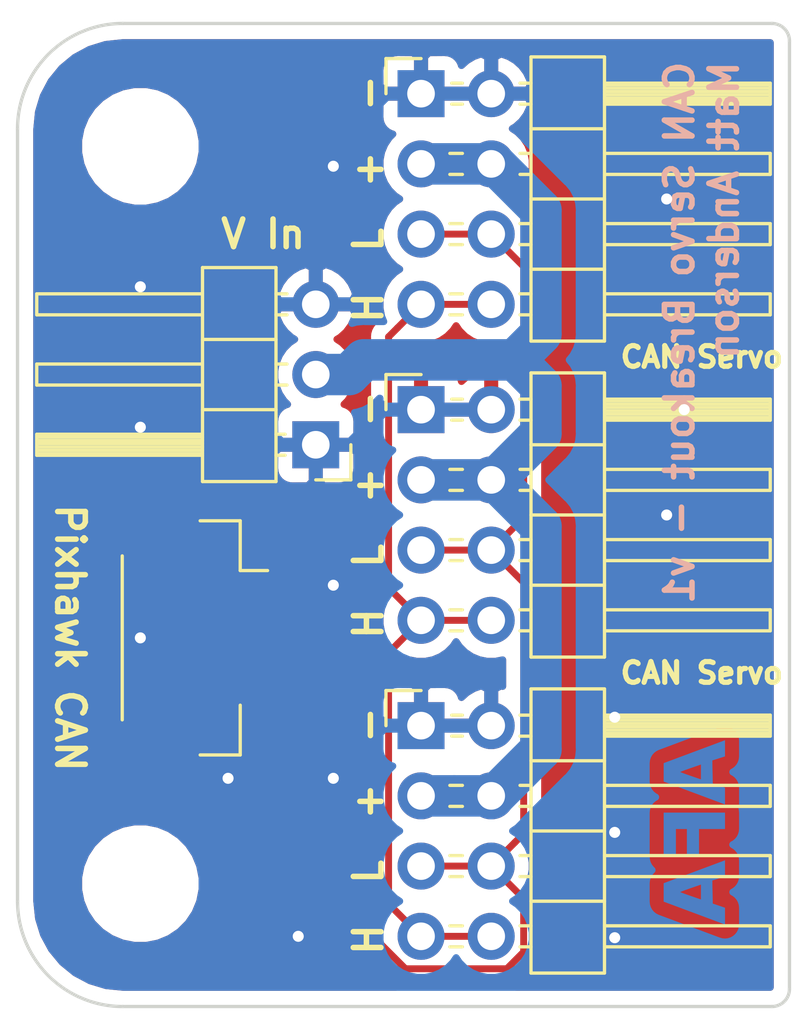
<source format=kicad_pcb>
(kicad_pcb (version 20171130) (host pcbnew "(5.1.5)-3")

  (general
    (thickness 1.6)
    (drawings 16)
    (tracks 86)
    (zones 0)
    (modules 8)
    (nets 5)
  )

  (page A4)
  (layers
    (0 F.Cu signal)
    (31 B.Cu signal)
    (32 B.Adhes user)
    (33 F.Adhes user)
    (34 B.Paste user)
    (35 F.Paste user)
    (36 B.SilkS user)
    (37 F.SilkS user)
    (38 B.Mask user)
    (39 F.Mask user)
    (40 Dwgs.User user)
    (41 Cmts.User user)
    (42 Eco1.User user)
    (43 Eco2.User user)
    (44 Edge.Cuts user)
    (45 Margin user)
    (46 B.CrtYd user)
    (47 F.CrtYd user)
    (48 B.Fab user)
    (49 F.Fab user hide)
  )

  (setup
    (last_trace_width 0.25)
    (trace_clearance 0.2)
    (zone_clearance 0.508)
    (zone_45_only no)
    (trace_min 0.2)
    (via_size 0.8)
    (via_drill 0.4)
    (via_min_size 0.4)
    (via_min_drill 0.3)
    (uvia_size 0.3)
    (uvia_drill 0.1)
    (uvias_allowed no)
    (uvia_min_size 0.2)
    (uvia_min_drill 0.1)
    (edge_width 0.05)
    (segment_width 0.2)
    (pcb_text_width 0.3)
    (pcb_text_size 1.5 1.5)
    (mod_edge_width 0.12)
    (mod_text_size 1 1)
    (mod_text_width 0.15)
    (pad_size 1.524 1.524)
    (pad_drill 0.762)
    (pad_to_mask_clearance 0.051)
    (solder_mask_min_width 0.25)
    (aux_axis_origin 0 0)
    (visible_elements 7FFFFFFF)
    (pcbplotparams
      (layerselection 0x010fc_ffffffff)
      (usegerberextensions false)
      (usegerberattributes false)
      (usegerberadvancedattributes false)
      (creategerberjobfile false)
      (excludeedgelayer true)
      (linewidth 0.100000)
      (plotframeref false)
      (viasonmask false)
      (mode 1)
      (useauxorigin false)
      (hpglpennumber 1)
      (hpglpenspeed 20)
      (hpglpendiameter 15.000000)
      (psnegative false)
      (psa4output false)
      (plotreference true)
      (plotvalue true)
      (plotinvisibletext false)
      (padsonsilk false)
      (subtractmaskfromsilk false)
      (outputformat 1)
      (mirror false)
      (drillshape 1)
      (scaleselection 1)
      (outputdirectory ""))
  )

  (net 0 "")
  (net 1 Earth)
  (net 2 +5V)
  (net 3 CANL)
  (net 4 CANH)

  (net_class Default "This is the default net class."
    (clearance 0.2)
    (trace_width 0.25)
    (via_dia 0.8)
    (via_drill 0.4)
    (uvia_dia 0.3)
    (uvia_drill 0.1)
    (add_net CANH)
    (add_net CANL)
    (add_net Earth)
    (add_net "Net-(J3-Pad1)")
  )

  (net_class Power ""
    (clearance 0.2)
    (trace_width 1.5)
    (via_dia 0.8)
    (via_drill 0.4)
    (uvia_dia 0.3)
    (uvia_drill 0.1)
    (add_net +5V)
  )

  (module ARCL:afa_logo (layer B.Cu) (tedit 5F31D693) (tstamp 5F693373)
    (at 229.5652 95.3008 270)
    (path /5F693BDA)
    (fp_text reference AFA1 (at 0 2.54 270) (layer B.Fab)
      (effects (font (size 1 1) (thickness 0.15)) (justify mirror))
    )
    (fp_text value afa_logo (at 0 -2.54 270) (layer B.Fab)
      (effects (font (size 1 1) (thickness 0.15)) (justify mirror))
    )
    (fp_poly (pts (xy 2.855695 0.12065) (xy 2.935749 -0.094157) (xy 3.012479 -0.300025) (xy 3.083558 -0.490704)
      (xy 3.146654 -0.659947) (xy 3.199438 -0.801505) (xy 3.239582 -0.909131) (xy 3.264755 -0.976574)
      (xy 3.267623 -0.98425) (xy 3.326963 -1.143) (xy 2.729918 -1.143) (xy 2.5781 -0.6985)
      (xy 1.737134 -0.684616) (xy 1.663889 -0.913808) (xy 1.590643 -1.143) (xy 1.016436 -1.143)
      (xy 1.075521 -0.98425) (xy 1.097574 -0.925054) (xy 1.135057 -0.824511) (xy 1.18564 -0.688867)
      (xy 1.246992 -0.524368) (xy 1.316784 -0.33726) (xy 1.338368 -0.2794) (xy 1.882302 -0.2794)
      (xy 2.432838 -0.2794) (xy 2.302269 0.101359) (xy 2.257178 0.230642) (xy 2.217202 0.341121)
      (xy 2.185391 0.424685) (xy 2.164797 0.473226) (xy 2.159 0.482176) (xy 2.14682 0.459492)
      (xy 2.121398 0.396792) (xy 2.085809 0.302168) (xy 2.043126 0.183712) (xy 2.014301 0.101418)
      (xy 1.882302 -0.2794) (xy 1.338368 -0.2794) (xy 1.392687 -0.133792) (xy 1.47237 0.079791)
      (xy 1.487614 0.12065) (xy 1.840623 1.0668) (xy 2.503108 1.0668) (xy 2.855695 0.12065)) (layer B.Cu) (width 0.01))
    (fp_poly (pts (xy -1.487705 0.12065) (xy -1.407651 -0.094157) (xy -1.330921 -0.300025) (xy -1.259842 -0.490704)
      (xy -1.196746 -0.659947) (xy -1.143962 -0.801505) (xy -1.103818 -0.909131) (xy -1.078645 -0.976574)
      (xy -1.075777 -0.98425) (xy -1.016437 -1.143) (xy -1.613482 -1.143) (xy -1.7653 -0.6985)
      (xy -2.606266 -0.684616) (xy -2.679511 -0.913808) (xy -2.752757 -1.143) (xy -3.326964 -1.143)
      (xy -3.267879 -0.98425) (xy -3.245826 -0.925054) (xy -3.208343 -0.824511) (xy -3.15776 -0.688867)
      (xy -3.096408 -0.524368) (xy -3.026616 -0.33726) (xy -3.005032 -0.2794) (xy -2.461098 -0.2794)
      (xy -1.910562 -0.2794) (xy -2.041131 0.101359) (xy -2.086222 0.230642) (xy -2.126198 0.341121)
      (xy -2.158009 0.424685) (xy -2.178603 0.473226) (xy -2.1844 0.482176) (xy -2.19658 0.459492)
      (xy -2.222002 0.396792) (xy -2.257591 0.302168) (xy -2.300274 0.183712) (xy -2.329099 0.101418)
      (xy -2.461098 -0.2794) (xy -3.005032 -0.2794) (xy -2.950713 -0.133792) (xy -2.87103 0.079791)
      (xy -2.855786 0.12065) (xy -2.502777 1.0668) (xy -1.840292 1.0668) (xy -1.487705 0.12065)) (layer B.Cu) (width 0.01))
    (fp_poly (pts (xy 0.889 0.635) (xy -0.127 0.635) (xy -0.127 0.2286) (xy 0.8128 0.2286)
      (xy 0.8128 -0.2032) (xy -0.127 -0.2032) (xy -0.127 -1.143) (xy -0.7112 -1.143)
      (xy -0.7112 1.0668) (xy 0.889 1.0668) (xy 0.889 0.635)) (layer B.Cu) (width 0.01))
    (fp_poly (pts (xy 2.337316 1.447201) (xy 2.4608 1.444879) (xy 2.550813 1.440046) (xy 2.616013 1.431915)
      (xy 2.665061 1.419698) (xy 2.706617 1.402608) (xy 2.715089 1.398384) (xy 2.739889 1.385892)
      (xy 2.761591 1.373308) (xy 2.781898 1.356766) (xy 2.802515 1.332404) (xy 2.825147 1.296357)
      (xy 2.851497 1.244763) (xy 2.883271 1.173757) (xy 2.922172 1.079477) (xy 2.969906 0.958057)
      (xy 3.028176 0.805635) (xy 3.098687 0.618347) (xy 3.183144 0.392329) (xy 3.28325 0.123718)
      (xy 3.315041 0.038404) (xy 3.414987 -0.230513) (xy 3.498029 -0.456504) (xy 3.565325 -0.644123)
      (xy 3.618034 -0.797925) (xy 3.657314 -0.922464) (xy 3.684324 -1.022295) (xy 3.700223 -1.101971)
      (xy 3.706167 -1.166048) (xy 3.703317 -1.219079) (xy 3.69283 -1.265619) (xy 3.675865 -1.310223)
      (xy 3.664408 -1.335127) (xy 3.627705 -1.398827) (xy 3.581727 -1.446724) (xy 3.519224 -1.480952)
      (xy 3.432944 -1.503646) (xy 3.315637 -1.516938) (xy 3.160051 -1.522963) (xy 3.0226 -1.524)
      (xy 2.864061 -1.523273) (xy 2.747074 -1.520492) (xy 2.662403 -1.514752) (xy 2.600813 -1.505151)
      (xy 2.553068 -1.490785) (xy 2.51731 -1.474583) (xy 2.442322 -1.417477) (xy 2.378529 -1.325391)
      (xy 2.321861 -1.191763) (xy 2.299896 -1.12395) (xy 2.281973 -1.08893) (xy 2.246183 -1.071926)
      (xy 2.177637 -1.066899) (xy 2.159 -1.0668) (xy 2.082251 -1.07018) (xy 2.04119 -1.084349)
      (xy 2.020927 -1.115344) (xy 2.018103 -1.12395) (xy 1.963171 -1.276372) (xy 1.90277 -1.384579)
      (xy 1.832831 -1.455134) (xy 1.800689 -1.474583) (xy 1.756475 -1.493939) (xy 1.705864 -1.507569)
      (xy 1.63937 -1.516429) (xy 1.547508 -1.521475) (xy 1.420791 -1.52366) (xy 1.309973 -1.524)
      (xy 1.126315 -1.521869) (xy 0.985848 -1.514023) (xy 0.881088 -1.498278) (xy 0.804548 -1.472454)
      (xy 0.748744 -1.434368) (xy 0.706189 -1.381838) (xy 0.68331 -1.34132) (xy 0.644662 -1.226644)
      (xy 0.640012 -1.095296) (xy 0.669753 -0.939833) (xy 0.7112 -0.812799) (xy 0.745489 -0.718622)
      (xy 0.771774 -0.644181) (xy 0.785997 -0.601066) (xy 0.7874 -0.595167) (xy 0.76375 -0.590664)
      (xy 0.699795 -0.587058) (xy 0.606031 -0.584779) (xy 0.5207 -0.5842) (xy 0.254 -0.5842)
      (xy 0.254 -0.915411) (xy 0.252783 -1.060217) (xy 0.248322 -1.164964) (xy 0.239405 -1.240352)
      (xy 0.224818 -1.297081) (xy 0.205689 -1.34132) (xy 0.180768 -1.387221) (xy 0.154022 -1.424655)
      (xy 0.1203 -1.454486) (xy 0.074455 -1.477575) (xy 0.011339 -1.494785) (xy -0.074196 -1.506979)
      (xy -0.1873 -1.51502) (xy -0.333119 -1.51977) (xy -0.516804 -1.522093) (xy -0.743501 -1.52285)
      (xy -0.878003 -1.522911) (xy -1.110505 -1.522753) (xy -1.297858 -1.522054) (xy -1.445717 -1.520526)
      (xy -1.559732 -1.517876) (xy -1.645556 -1.513814) (xy -1.708841 -1.508048) (xy -1.75524 -1.500289)
      (xy -1.790403 -1.490244) (xy -1.819983 -1.477624) (xy -1.82711 -1.474062) (xy -1.902036 -1.416526)
      (xy -1.966049 -1.323084) (xy -2.02301 -1.187484) (xy -2.043504 -1.12395) (xy -2.061427 -1.08893)
      (xy -2.097217 -1.071926) (xy -2.165763 -1.066899) (xy -2.1844 -1.0668) (xy -2.261149 -1.07018)
      (xy -2.30221 -1.084349) (xy -2.322473 -1.115344) (xy -2.325297 -1.12395) (xy -2.380229 -1.276372)
      (xy -2.44063 -1.384579) (xy -2.510569 -1.455134) (xy -2.542711 -1.474583) (xy -2.586222 -1.493721)
      (xy -2.6357 -1.507206) (xy -2.700509 -1.515947) (xy -2.790016 -1.520855) (xy -2.913584 -1.522837)
      (xy -3.040639 -1.522935) (xy -3.199465 -1.521656) (xy -3.316496 -1.51821) (xy -3.400721 -1.51173)
      (xy -3.461127 -1.501349) (xy -3.506702 -1.486198) (xy -3.528006 -1.47589) (xy -3.600002 -1.420509)
      (xy -3.657585 -1.348504) (xy -3.660291 -1.343605) (xy -3.682204 -1.298967) (xy -3.697915 -1.25454)
      (xy -3.706297 -1.205816) (xy -3.706223 -1.148282) (xy -3.696568 -1.077429) (xy -3.676205 -0.988745)
      (xy -3.644008 -0.877721) (xy -3.59885 -0.739846) (xy -3.539606 -0.570609) (xy -3.465148 -0.3655)
      (xy -3.374351 -0.120008) (xy -3.314884 0.03964) (xy -3.209946 0.321013) (xy -3.12116 0.558692)
      (xy -3.04682 0.756542) (xy -2.985221 0.918427) (xy -2.934656 1.048211) (xy -2.893421 1.149758)
      (xy -2.859808 1.226932) (xy -2.832114 1.283598) (xy -2.808631 1.323619) (xy -2.787653 1.35086)
      (xy -2.767476 1.369186) (xy -2.746393 1.38246) (xy -2.722699 1.394546) (xy -2.71509 1.398384)
      (xy -2.674004 1.416582) (xy -2.62722 1.429745) (xy -2.566078 1.438658) (xy -2.481919 1.44411)
      (xy -2.366083 1.446888) (xy -2.20991 1.447779) (xy -2.1717 1.4478) (xy -2.00629 1.447213)
      (xy -1.882987 1.44492) (xy -1.793106 1.440126) (xy -1.727963 1.432032) (xy -1.678871 1.419844)
      (xy -1.637148 1.402765) (xy -1.627325 1.39788) (xy -1.593352 1.378507) (xy -1.563172 1.354281)
      (xy -1.534135 1.319789) (xy -1.503589 1.269622) (xy -1.468883 1.198366) (xy -1.427364 1.100611)
      (xy -1.376381 0.970945) (xy -1.313284 0.803956) (xy -1.241128 0.609664) (xy -1.1049 0.241428)
      (xy -1.0922 0.723964) (xy -1.086228 0.914102) (xy -1.078335 1.060453) (xy -1.066634 1.170028)
      (xy -1.049235 1.249841) (xy -1.024251 1.306905) (xy -0.989793 1.348231) (xy -0.943973 1.380832)
      (xy -0.910407 1.399038) (xy -0.882162 1.411972) (xy -0.849748 1.422403) (xy -0.807702 1.430598)
      (xy -0.750561 1.436823) (xy -0.672861 1.441347) (xy -0.56914 1.444435) (xy -0.433934 1.446356)
      (xy -0.261781 1.447376) (xy -0.047217 1.447762) (xy 0.087026 1.4478) (xy 0.328604 1.447584)
      (xy 0.524777 1.446775) (xy 0.680938 1.445136) (xy 0.802481 1.442427) (xy 0.8948 1.43841)
      (xy 0.963287 1.432846) (xy 1.013337 1.425496) (xy 1.050343 1.416122) (xy 1.079699 1.404485)
      (xy 1.081127 1.403809) (xy 1.161402 1.350689) (xy 1.217379 1.275392) (xy 1.252134 1.170323)
      (xy 1.268743 1.027891) (xy 1.271241 0.934462) (xy 1.272483 0.6985) (xy 1.334817 0.8636)
      (xy 1.403175 1.044078) (xy 1.460093 1.182975) (xy 1.513362 1.28573) (xy 1.570772 1.35778)
      (xy 1.640114 1.404564) (xy 1.729178 1.43152) (xy 1.845755 1.444087) (xy 1.997636 1.447704)
      (xy 2.1717 1.4478) (xy 2.337316 1.447201)) (layer B.Mask) (width 0.01))
  )

  (module Connector_PinHeader_2.54mm:PinHeader_2x04_P2.54mm_Horizontal (layer F.Cu) (tedit 59FED5CB) (tstamp 5F223343)
    (at 219.71 68.58)
    (descr "Through hole angled pin header, 2x04, 2.54mm pitch, 6mm pin length, double rows")
    (tags "Through hole angled pin header THT 2x04 2.54mm double row")
    (path /5F2258BF)
    (fp_text reference J1 (at 5.655 -2.27) (layer F.Fab)
      (effects (font (size 1 1) (thickness 0.15)))
    )
    (fp_text value CAN_SERVO (at 9.604999 3.889999 90) (layer F.Fab)
      (effects (font (size 1 1) (thickness 0.15)))
    )
    (fp_text user %R (at 5.31 3.81 90) (layer F.Fab)
      (effects (font (size 1 1) (thickness 0.15)))
    )
    (fp_line (start 13.1 -1.8) (end -1.8 -1.8) (layer F.CrtYd) (width 0.05))
    (fp_line (start 13.1 9.4) (end 13.1 -1.8) (layer F.CrtYd) (width 0.05))
    (fp_line (start -1.8 9.4) (end 13.1 9.4) (layer F.CrtYd) (width 0.05))
    (fp_line (start -1.8 -1.8) (end -1.8 9.4) (layer F.CrtYd) (width 0.05))
    (fp_line (start -1.27 -1.27) (end 0 -1.27) (layer F.SilkS) (width 0.12))
    (fp_line (start -1.27 0) (end -1.27 -1.27) (layer F.SilkS) (width 0.12))
    (fp_line (start 1.042929 8) (end 1.497071 8) (layer F.SilkS) (width 0.12))
    (fp_line (start 1.042929 7.24) (end 1.497071 7.24) (layer F.SilkS) (width 0.12))
    (fp_line (start 3.582929 8) (end 3.98 8) (layer F.SilkS) (width 0.12))
    (fp_line (start 3.582929 7.24) (end 3.98 7.24) (layer F.SilkS) (width 0.12))
    (fp_line (start 12.64 8) (end 6.64 8) (layer F.SilkS) (width 0.12))
    (fp_line (start 12.64 7.24) (end 12.64 8) (layer F.SilkS) (width 0.12))
    (fp_line (start 6.64 7.24) (end 12.64 7.24) (layer F.SilkS) (width 0.12))
    (fp_line (start 3.98 6.35) (end 6.64 6.35) (layer F.SilkS) (width 0.12))
    (fp_line (start 1.042929 5.46) (end 1.497071 5.46) (layer F.SilkS) (width 0.12))
    (fp_line (start 1.042929 4.7) (end 1.497071 4.7) (layer F.SilkS) (width 0.12))
    (fp_line (start 3.582929 5.46) (end 3.98 5.46) (layer F.SilkS) (width 0.12))
    (fp_line (start 3.582929 4.7) (end 3.98 4.7) (layer F.SilkS) (width 0.12))
    (fp_line (start 12.64 5.46) (end 6.64 5.46) (layer F.SilkS) (width 0.12))
    (fp_line (start 12.64 4.7) (end 12.64 5.46) (layer F.SilkS) (width 0.12))
    (fp_line (start 6.64 4.7) (end 12.64 4.7) (layer F.SilkS) (width 0.12))
    (fp_line (start 3.98 3.81) (end 6.64 3.81) (layer F.SilkS) (width 0.12))
    (fp_line (start 1.042929 2.92) (end 1.497071 2.92) (layer F.SilkS) (width 0.12))
    (fp_line (start 1.042929 2.16) (end 1.497071 2.16) (layer F.SilkS) (width 0.12))
    (fp_line (start 3.582929 2.92) (end 3.98 2.92) (layer F.SilkS) (width 0.12))
    (fp_line (start 3.582929 2.16) (end 3.98 2.16) (layer F.SilkS) (width 0.12))
    (fp_line (start 12.64 2.92) (end 6.64 2.92) (layer F.SilkS) (width 0.12))
    (fp_line (start 12.64 2.16) (end 12.64 2.92) (layer F.SilkS) (width 0.12))
    (fp_line (start 6.64 2.16) (end 12.64 2.16) (layer F.SilkS) (width 0.12))
    (fp_line (start 3.98 1.27) (end 6.64 1.27) (layer F.SilkS) (width 0.12))
    (fp_line (start 1.11 0.38) (end 1.497071 0.38) (layer F.SilkS) (width 0.12))
    (fp_line (start 1.11 -0.38) (end 1.497071 -0.38) (layer F.SilkS) (width 0.12))
    (fp_line (start 3.582929 0.38) (end 3.98 0.38) (layer F.SilkS) (width 0.12))
    (fp_line (start 3.582929 -0.38) (end 3.98 -0.38) (layer F.SilkS) (width 0.12))
    (fp_line (start 6.64 0.28) (end 12.64 0.28) (layer F.SilkS) (width 0.12))
    (fp_line (start 6.64 0.16) (end 12.64 0.16) (layer F.SilkS) (width 0.12))
    (fp_line (start 6.64 0.04) (end 12.64 0.04) (layer F.SilkS) (width 0.12))
    (fp_line (start 6.64 -0.08) (end 12.64 -0.08) (layer F.SilkS) (width 0.12))
    (fp_line (start 6.64 -0.2) (end 12.64 -0.2) (layer F.SilkS) (width 0.12))
    (fp_line (start 6.64 -0.32) (end 12.64 -0.32) (layer F.SilkS) (width 0.12))
    (fp_line (start 12.64 0.38) (end 6.64 0.38) (layer F.SilkS) (width 0.12))
    (fp_line (start 12.64 -0.38) (end 12.64 0.38) (layer F.SilkS) (width 0.12))
    (fp_line (start 6.64 -0.38) (end 12.64 -0.38) (layer F.SilkS) (width 0.12))
    (fp_line (start 6.64 -1.33) (end 3.98 -1.33) (layer F.SilkS) (width 0.12))
    (fp_line (start 6.64 8.95) (end 6.64 -1.33) (layer F.SilkS) (width 0.12))
    (fp_line (start 3.98 8.95) (end 6.64 8.95) (layer F.SilkS) (width 0.12))
    (fp_line (start 3.98 -1.33) (end 3.98 8.95) (layer F.SilkS) (width 0.12))
    (fp_line (start 6.58 7.94) (end 12.58 7.94) (layer F.Fab) (width 0.1))
    (fp_line (start 12.58 7.3) (end 12.58 7.94) (layer F.Fab) (width 0.1))
    (fp_line (start 6.58 7.3) (end 12.58 7.3) (layer F.Fab) (width 0.1))
    (fp_line (start -0.32 7.94) (end 4.04 7.94) (layer F.Fab) (width 0.1))
    (fp_line (start -0.32 7.3) (end -0.32 7.94) (layer F.Fab) (width 0.1))
    (fp_line (start -0.32 7.3) (end 4.04 7.3) (layer F.Fab) (width 0.1))
    (fp_line (start 6.58 5.4) (end 12.58 5.4) (layer F.Fab) (width 0.1))
    (fp_line (start 12.58 4.76) (end 12.58 5.4) (layer F.Fab) (width 0.1))
    (fp_line (start 6.58 4.76) (end 12.58 4.76) (layer F.Fab) (width 0.1))
    (fp_line (start -0.32 5.4) (end 4.04 5.4) (layer F.Fab) (width 0.1))
    (fp_line (start -0.32 4.76) (end -0.32 5.4) (layer F.Fab) (width 0.1))
    (fp_line (start -0.32 4.76) (end 4.04 4.76) (layer F.Fab) (width 0.1))
    (fp_line (start 6.58 2.86) (end 12.58 2.86) (layer F.Fab) (width 0.1))
    (fp_line (start 12.58 2.22) (end 12.58 2.86) (layer F.Fab) (width 0.1))
    (fp_line (start 6.58 2.22) (end 12.58 2.22) (layer F.Fab) (width 0.1))
    (fp_line (start -0.32 2.86) (end 4.04 2.86) (layer F.Fab) (width 0.1))
    (fp_line (start -0.32 2.22) (end -0.32 2.86) (layer F.Fab) (width 0.1))
    (fp_line (start -0.32 2.22) (end 4.04 2.22) (layer F.Fab) (width 0.1))
    (fp_line (start 6.58 0.32) (end 12.58 0.32) (layer F.Fab) (width 0.1))
    (fp_line (start 12.58 -0.32) (end 12.58 0.32) (layer F.Fab) (width 0.1))
    (fp_line (start 6.58 -0.32) (end 12.58 -0.32) (layer F.Fab) (width 0.1))
    (fp_line (start -0.32 0.32) (end 4.04 0.32) (layer F.Fab) (width 0.1))
    (fp_line (start -0.32 -0.32) (end -0.32 0.32) (layer F.Fab) (width 0.1))
    (fp_line (start -0.32 -0.32) (end 4.04 -0.32) (layer F.Fab) (width 0.1))
    (fp_line (start 4.04 -0.635) (end 4.675 -1.27) (layer F.Fab) (width 0.1))
    (fp_line (start 4.04 8.89) (end 4.04 -0.635) (layer F.Fab) (width 0.1))
    (fp_line (start 6.58 8.89) (end 4.04 8.89) (layer F.Fab) (width 0.1))
    (fp_line (start 6.58 -1.27) (end 6.58 8.89) (layer F.Fab) (width 0.1))
    (fp_line (start 4.675 -1.27) (end 6.58 -1.27) (layer F.Fab) (width 0.1))
    (pad 8 thru_hole oval (at 2.54 7.62) (size 1.7 1.7) (drill 1) (layers *.Cu *.Mask)
      (net 4 CANH))
    (pad 7 thru_hole oval (at 0 7.62) (size 1.7 1.7) (drill 1) (layers *.Cu *.Mask)
      (net 4 CANH))
    (pad 6 thru_hole oval (at 2.54 5.08) (size 1.7 1.7) (drill 1) (layers *.Cu *.Mask)
      (net 3 CANL))
    (pad 5 thru_hole oval (at 0 5.08) (size 1.7 1.7) (drill 1) (layers *.Cu *.Mask)
      (net 3 CANL))
    (pad 4 thru_hole oval (at 2.54 2.54) (size 1.7 1.7) (drill 1) (layers *.Cu *.Mask)
      (net 2 +5V))
    (pad 3 thru_hole oval (at 0 2.54) (size 1.7 1.7) (drill 1) (layers *.Cu *.Mask)
      (net 2 +5V))
    (pad 2 thru_hole oval (at 2.54 0) (size 1.7 1.7) (drill 1) (layers *.Cu *.Mask)
      (net 1 Earth))
    (pad 1 thru_hole rect (at 0 0) (size 1.7 1.7) (drill 1) (layers *.Cu *.Mask)
      (net 1 Earth))
    (model ${KISYS3DMOD}/Connector_PinHeader_2.54mm.3dshapes/PinHeader_2x04_P2.54mm_Horizontal.wrl
      (at (xyz 0 0 0))
      (scale (xyz 1 1 1))
      (rotate (xyz 0 0 0))
    )
  )

  (module Connector_PinHeader_2.54mm:PinHeader_1x03_P2.54mm_Horizontal (layer F.Cu) (tedit 59FED5CB) (tstamp 5F22713B)
    (at 215.9 81.28 180)
    (descr "Through hole angled pin header, 1x03, 2.54mm pitch, 6mm pin length, single row")
    (tags "Through hole angled pin header THT 1x03 2.54mm single row")
    (path /5F24BB9D)
    (fp_text reference J5 (at 4.385 -2.27) (layer F.Fab)
      (effects (font (size 1 1) (thickness 0.15)))
    )
    (fp_text value V_IN (at 4.385 7.35) (layer F.Fab)
      (effects (font (size 1 1) (thickness 0.15)))
    )
    (fp_text user %R (at 2.77 2.54 90) (layer F.Fab)
      (effects (font (size 1 1) (thickness 0.15)))
    )
    (fp_line (start 10.55 -1.8) (end -1.8 -1.8) (layer F.CrtYd) (width 0.05))
    (fp_line (start 10.55 6.85) (end 10.55 -1.8) (layer F.CrtYd) (width 0.05))
    (fp_line (start -1.8 6.85) (end 10.55 6.85) (layer F.CrtYd) (width 0.05))
    (fp_line (start -1.8 -1.8) (end -1.8 6.85) (layer F.CrtYd) (width 0.05))
    (fp_line (start -1.27 -1.27) (end 0 -1.27) (layer F.SilkS) (width 0.12))
    (fp_line (start -1.27 0) (end -1.27 -1.27) (layer F.SilkS) (width 0.12))
    (fp_line (start 1.042929 5.46) (end 1.44 5.46) (layer F.SilkS) (width 0.12))
    (fp_line (start 1.042929 4.7) (end 1.44 4.7) (layer F.SilkS) (width 0.12))
    (fp_line (start 10.1 5.46) (end 4.1 5.46) (layer F.SilkS) (width 0.12))
    (fp_line (start 10.1 4.7) (end 10.1 5.46) (layer F.SilkS) (width 0.12))
    (fp_line (start 4.1 4.7) (end 10.1 4.7) (layer F.SilkS) (width 0.12))
    (fp_line (start 1.44 3.81) (end 4.1 3.81) (layer F.SilkS) (width 0.12))
    (fp_line (start 1.042929 2.92) (end 1.44 2.92) (layer F.SilkS) (width 0.12))
    (fp_line (start 1.042929 2.16) (end 1.44 2.16) (layer F.SilkS) (width 0.12))
    (fp_line (start 10.1 2.92) (end 4.1 2.92) (layer F.SilkS) (width 0.12))
    (fp_line (start 10.1 2.16) (end 10.1 2.92) (layer F.SilkS) (width 0.12))
    (fp_line (start 4.1 2.16) (end 10.1 2.16) (layer F.SilkS) (width 0.12))
    (fp_line (start 1.44 1.27) (end 4.1 1.27) (layer F.SilkS) (width 0.12))
    (fp_line (start 1.11 0.38) (end 1.44 0.38) (layer F.SilkS) (width 0.12))
    (fp_line (start 1.11 -0.38) (end 1.44 -0.38) (layer F.SilkS) (width 0.12))
    (fp_line (start 4.1 0.28) (end 10.1 0.28) (layer F.SilkS) (width 0.12))
    (fp_line (start 4.1 0.16) (end 10.1 0.16) (layer F.SilkS) (width 0.12))
    (fp_line (start 4.1 0.04) (end 10.1 0.04) (layer F.SilkS) (width 0.12))
    (fp_line (start 4.1 -0.08) (end 10.1 -0.08) (layer F.SilkS) (width 0.12))
    (fp_line (start 4.1 -0.2) (end 10.1 -0.2) (layer F.SilkS) (width 0.12))
    (fp_line (start 4.1 -0.32) (end 10.1 -0.32) (layer F.SilkS) (width 0.12))
    (fp_line (start 10.1 0.38) (end 4.1 0.38) (layer F.SilkS) (width 0.12))
    (fp_line (start 10.1 -0.38) (end 10.1 0.38) (layer F.SilkS) (width 0.12))
    (fp_line (start 4.1 -0.38) (end 10.1 -0.38) (layer F.SilkS) (width 0.12))
    (fp_line (start 4.1 -1.33) (end 1.44 -1.33) (layer F.SilkS) (width 0.12))
    (fp_line (start 4.1 6.41) (end 4.1 -1.33) (layer F.SilkS) (width 0.12))
    (fp_line (start 1.44 6.41) (end 4.1 6.41) (layer F.SilkS) (width 0.12))
    (fp_line (start 1.44 -1.33) (end 1.44 6.41) (layer F.SilkS) (width 0.12))
    (fp_line (start 4.04 5.4) (end 10.04 5.4) (layer F.Fab) (width 0.1))
    (fp_line (start 10.04 4.76) (end 10.04 5.4) (layer F.Fab) (width 0.1))
    (fp_line (start 4.04 4.76) (end 10.04 4.76) (layer F.Fab) (width 0.1))
    (fp_line (start -0.32 5.4) (end 1.5 5.4) (layer F.Fab) (width 0.1))
    (fp_line (start -0.32 4.76) (end -0.32 5.4) (layer F.Fab) (width 0.1))
    (fp_line (start -0.32 4.76) (end 1.5 4.76) (layer F.Fab) (width 0.1))
    (fp_line (start 4.04 2.86) (end 10.04 2.86) (layer F.Fab) (width 0.1))
    (fp_line (start 10.04 2.22) (end 10.04 2.86) (layer F.Fab) (width 0.1))
    (fp_line (start 4.04 2.22) (end 10.04 2.22) (layer F.Fab) (width 0.1))
    (fp_line (start -0.32 2.86) (end 1.5 2.86) (layer F.Fab) (width 0.1))
    (fp_line (start -0.32 2.22) (end -0.32 2.86) (layer F.Fab) (width 0.1))
    (fp_line (start -0.32 2.22) (end 1.5 2.22) (layer F.Fab) (width 0.1))
    (fp_line (start 4.04 0.32) (end 10.04 0.32) (layer F.Fab) (width 0.1))
    (fp_line (start 10.04 -0.32) (end 10.04 0.32) (layer F.Fab) (width 0.1))
    (fp_line (start 4.04 -0.32) (end 10.04 -0.32) (layer F.Fab) (width 0.1))
    (fp_line (start -0.32 0.32) (end 1.5 0.32) (layer F.Fab) (width 0.1))
    (fp_line (start -0.32 -0.32) (end -0.32 0.32) (layer F.Fab) (width 0.1))
    (fp_line (start -0.32 -0.32) (end 1.5 -0.32) (layer F.Fab) (width 0.1))
    (fp_line (start 1.5 -0.635) (end 2.135 -1.27) (layer F.Fab) (width 0.1))
    (fp_line (start 1.5 6.35) (end 1.5 -0.635) (layer F.Fab) (width 0.1))
    (fp_line (start 4.04 6.35) (end 1.5 6.35) (layer F.Fab) (width 0.1))
    (fp_line (start 4.04 -1.27) (end 4.04 6.35) (layer F.Fab) (width 0.1))
    (fp_line (start 2.135 -1.27) (end 4.04 -1.27) (layer F.Fab) (width 0.1))
    (pad 3 thru_hole oval (at 0 5.08 180) (size 1.7 1.7) (drill 1) (layers *.Cu *.Mask)
      (net 1 Earth))
    (pad 2 thru_hole oval (at 0 2.54 180) (size 1.7 1.7) (drill 1) (layers *.Cu *.Mask)
      (net 2 +5V))
    (pad 1 thru_hole rect (at 0 0 180) (size 1.7 1.7) (drill 1) (layers *.Cu *.Mask)
      (net 1 Earth))
    (model ${KISYS3DMOD}/Connector_PinHeader_2.54mm.3dshapes/PinHeader_1x03_P2.54mm_Horizontal.wrl
      (at (xyz 0 0 0))
      (scale (xyz 1 1 1))
      (rotate (xyz 0 0 0))
    )
  )

  (module MountingHole:MountingHole_3.2mm_M3 (layer F.Cu) (tedit 56D1B4CB) (tstamp 5F2284FC)
    (at 209.55 97.155)
    (descr "Mounting Hole 3.2mm, no annular, M3")
    (tags "mounting hole 3.2mm no annular m3")
    (path /5F246CEA)
    (attr virtual)
    (fp_text reference H2 (at 0 -4.2) (layer F.Fab)
      (effects (font (size 1 1) (thickness 0.15)))
    )
    (fp_text value MountingHole (at 0 4.2) (layer F.Fab)
      (effects (font (size 1 1) (thickness 0.15)))
    )
    (fp_circle (center 0 0) (end 3.45 0) (layer F.CrtYd) (width 0.05))
    (fp_circle (center 0 0) (end 3.2 0) (layer Cmts.User) (width 0.15))
    (fp_text user %R (at 0.3 0) (layer F.Fab)
      (effects (font (size 1 1) (thickness 0.15)))
    )
    (pad 1 np_thru_hole circle (at 0 0) (size 3.2 3.2) (drill 3.2) (layers *.Cu *.Mask))
  )

  (module MountingHole:MountingHole_3.2mm_M3 (layer F.Cu) (tedit 56D1B4CB) (tstamp 5F228521)
    (at 209.55 70.485)
    (descr "Mounting Hole 3.2mm, no annular, M3")
    (tags "mounting hole 3.2mm no annular m3")
    (path /5F2462E6)
    (attr virtual)
    (fp_text reference H1 (at 0 -4.2) (layer F.Fab)
      (effects (font (size 1 1) (thickness 0.15)))
    )
    (fp_text value MountingHole (at 0 4.2) (layer F.Fab)
      (effects (font (size 1 1) (thickness 0.15)))
    )
    (fp_circle (center 0 0) (end 3.45 0) (layer F.CrtYd) (width 0.05))
    (fp_circle (center 0 0) (end 3.2 0) (layer Cmts.User) (width 0.15))
    (fp_text user %R (at 3.81 -4.445) (layer F.Fab)
      (effects (font (size 1 1) (thickness 0.15)))
    )
    (pad 1 np_thru_hole circle (at 0 0) (size 3.2 3.2) (drill 3.2) (layers *.Cu *.Mask))
  )

  (module Connector_JST:JST_GH_SM04B-GHS-TB_1x04-1MP_P1.25mm_Horizontal (layer F.Cu) (tedit 5B78AD87) (tstamp 5F227308)
    (at 211.455 88.265 270)
    (descr "JST GH series connector, SM04B-GHS-TB (http://www.jst-mfg.com/product/pdf/eng/eGH.pdf), generated with kicad-footprint-generator")
    (tags "connector JST GH top entry")
    (path /5F230876)
    (attr smd)
    (fp_text reference J3 (at 0 -3.9 90) (layer F.Fab)
      (effects (font (size 1 1) (thickness 0.15)))
    )
    (fp_text value CAN_PIXHAWK (at 0 -5.08 90) (layer F.Fab)
      (effects (font (size 1 1) (thickness 0.15)))
    )
    (fp_text user %R (at 0 0 90) (layer F.Fab)
      (effects (font (size 1 1) (thickness 0.15)))
    )
    (fp_line (start -1.875 -0.892893) (end -1.375 -1.6) (layer F.Fab) (width 0.1))
    (fp_line (start -2.375 -1.6) (end -1.875 -0.892893) (layer F.Fab) (width 0.1))
    (fp_line (start 4.72 -3.2) (end -4.72 -3.2) (layer F.CrtYd) (width 0.05))
    (fp_line (start 4.72 3.2) (end 4.72 -3.2) (layer F.CrtYd) (width 0.05))
    (fp_line (start -4.72 3.2) (end 4.72 3.2) (layer F.CrtYd) (width 0.05))
    (fp_line (start -4.72 -3.2) (end -4.72 3.2) (layer F.CrtYd) (width 0.05))
    (fp_line (start 4.125 -1.6) (end 4.125 2.45) (layer F.Fab) (width 0.1))
    (fp_line (start -4.125 -1.6) (end -4.125 2.45) (layer F.Fab) (width 0.1))
    (fp_line (start -4.125 2.45) (end 4.125 2.45) (layer F.Fab) (width 0.1))
    (fp_line (start -2.965 2.56) (end 2.965 2.56) (layer F.SilkS) (width 0.12))
    (fp_line (start 4.235 -1.71) (end 2.435 -1.71) (layer F.SilkS) (width 0.12))
    (fp_line (start 4.235 -0.26) (end 4.235 -1.71) (layer F.SilkS) (width 0.12))
    (fp_line (start -2.435 -1.71) (end -2.435 -2.7) (layer F.SilkS) (width 0.12))
    (fp_line (start -4.235 -1.71) (end -2.435 -1.71) (layer F.SilkS) (width 0.12))
    (fp_line (start -4.235 -0.26) (end -4.235 -1.71) (layer F.SilkS) (width 0.12))
    (fp_line (start -4.125 -1.6) (end 4.125 -1.6) (layer F.Fab) (width 0.1))
    (pad MP smd roundrect (at 3.725 1.35 270) (size 1 2.7) (layers F.Cu F.Paste F.Mask) (roundrect_rratio 0.25))
    (pad MP smd roundrect (at -3.725 1.35 270) (size 1 2.7) (layers F.Cu F.Paste F.Mask) (roundrect_rratio 0.25))
    (pad 4 smd roundrect (at 1.875 -1.85 270) (size 0.6 1.7) (layers F.Cu F.Paste F.Mask) (roundrect_rratio 0.25)
      (net 1 Earth))
    (pad 3 smd roundrect (at 0.625 -1.85 270) (size 0.6 1.7) (layers F.Cu F.Paste F.Mask) (roundrect_rratio 0.25)
      (net 3 CANL))
    (pad 2 smd roundrect (at -0.625 -1.85 270) (size 0.6 1.7) (layers F.Cu F.Paste F.Mask) (roundrect_rratio 0.25)
      (net 4 CANH))
    (pad 1 smd roundrect (at -1.875 -1.85 270) (size 0.6 1.7) (layers F.Cu F.Paste F.Mask) (roundrect_rratio 0.25))
    (model ${KISYS3DMOD}/Connector_JST.3dshapes/JST_GH_SM04B-GHS-TB_1x04-1MP_P1.25mm_Horizontal.wrl
      (at (xyz 0 0 0))
      (scale (xyz 1 1 1))
      (rotate (xyz 0 0 0))
    )
  )

  (module Connector_PinHeader_2.54mm:PinHeader_2x04_P2.54mm_Horizontal (layer F.Cu) (tedit 59FED5CB) (tstamp 5F226420)
    (at 219.71 91.44)
    (descr "Through hole angled pin header, 2x04, 2.54mm pitch, 6mm pin length, double rows")
    (tags "Through hole angled pin header THT 2x04 2.54mm double row")
    (path /5F227BB2)
    (fp_text reference J4 (at 5.655 -2.27) (layer F.Fab)
      (effects (font (size 1 1) (thickness 0.15)))
    )
    (fp_text value CAN_SERVO (at 9.525 3.81 270) (layer F.Fab)
      (effects (font (size 1 1) (thickness 0.15)))
    )
    (fp_text user %R (at 5.31 3.81 90) (layer F.Fab)
      (effects (font (size 1 1) (thickness 0.15)))
    )
    (fp_line (start 13.1 -1.8) (end -1.8 -1.8) (layer F.CrtYd) (width 0.05))
    (fp_line (start 13.1 9.4) (end 13.1 -1.8) (layer F.CrtYd) (width 0.05))
    (fp_line (start -1.8 9.4) (end 13.1 9.4) (layer F.CrtYd) (width 0.05))
    (fp_line (start -1.8 -1.8) (end -1.8 9.4) (layer F.CrtYd) (width 0.05))
    (fp_line (start -1.27 -1.27) (end 0 -1.27) (layer F.SilkS) (width 0.12))
    (fp_line (start -1.27 0) (end -1.27 -1.27) (layer F.SilkS) (width 0.12))
    (fp_line (start 1.042929 8) (end 1.497071 8) (layer F.SilkS) (width 0.12))
    (fp_line (start 1.042929 7.24) (end 1.497071 7.24) (layer F.SilkS) (width 0.12))
    (fp_line (start 3.582929 8) (end 3.98 8) (layer F.SilkS) (width 0.12))
    (fp_line (start 3.582929 7.24) (end 3.98 7.24) (layer F.SilkS) (width 0.12))
    (fp_line (start 12.64 8) (end 6.64 8) (layer F.SilkS) (width 0.12))
    (fp_line (start 12.64 7.24) (end 12.64 8) (layer F.SilkS) (width 0.12))
    (fp_line (start 6.64 7.24) (end 12.64 7.24) (layer F.SilkS) (width 0.12))
    (fp_line (start 3.98 6.35) (end 6.64 6.35) (layer F.SilkS) (width 0.12))
    (fp_line (start 1.042929 5.46) (end 1.497071 5.46) (layer F.SilkS) (width 0.12))
    (fp_line (start 1.042929 4.7) (end 1.497071 4.7) (layer F.SilkS) (width 0.12))
    (fp_line (start 3.582929 5.46) (end 3.98 5.46) (layer F.SilkS) (width 0.12))
    (fp_line (start 3.582929 4.7) (end 3.98 4.7) (layer F.SilkS) (width 0.12))
    (fp_line (start 12.64 5.46) (end 6.64 5.46) (layer F.SilkS) (width 0.12))
    (fp_line (start 12.64 4.7) (end 12.64 5.46) (layer F.SilkS) (width 0.12))
    (fp_line (start 6.64 4.7) (end 12.64 4.7) (layer F.SilkS) (width 0.12))
    (fp_line (start 3.98 3.81) (end 6.64 3.81) (layer F.SilkS) (width 0.12))
    (fp_line (start 1.042929 2.92) (end 1.497071 2.92) (layer F.SilkS) (width 0.12))
    (fp_line (start 1.042929 2.16) (end 1.497071 2.16) (layer F.SilkS) (width 0.12))
    (fp_line (start 3.582929 2.92) (end 3.98 2.92) (layer F.SilkS) (width 0.12))
    (fp_line (start 3.582929 2.16) (end 3.98 2.16) (layer F.SilkS) (width 0.12))
    (fp_line (start 12.64 2.92) (end 6.64 2.92) (layer F.SilkS) (width 0.12))
    (fp_line (start 12.64 2.16) (end 12.64 2.92) (layer F.SilkS) (width 0.12))
    (fp_line (start 6.64 2.16) (end 12.64 2.16) (layer F.SilkS) (width 0.12))
    (fp_line (start 3.98 1.27) (end 6.64 1.27) (layer F.SilkS) (width 0.12))
    (fp_line (start 1.11 0.38) (end 1.497071 0.38) (layer F.SilkS) (width 0.12))
    (fp_line (start 1.11 -0.38) (end 1.497071 -0.38) (layer F.SilkS) (width 0.12))
    (fp_line (start 3.582929 0.38) (end 3.98 0.38) (layer F.SilkS) (width 0.12))
    (fp_line (start 3.582929 -0.38) (end 3.98 -0.38) (layer F.SilkS) (width 0.12))
    (fp_line (start 6.64 0.28) (end 12.64 0.28) (layer F.SilkS) (width 0.12))
    (fp_line (start 6.64 0.16) (end 12.64 0.16) (layer F.SilkS) (width 0.12))
    (fp_line (start 6.64 0.04) (end 12.64 0.04) (layer F.SilkS) (width 0.12))
    (fp_line (start 6.64 -0.08) (end 12.64 -0.08) (layer F.SilkS) (width 0.12))
    (fp_line (start 6.64 -0.2) (end 12.64 -0.2) (layer F.SilkS) (width 0.12))
    (fp_line (start 6.64 -0.32) (end 12.64 -0.32) (layer F.SilkS) (width 0.12))
    (fp_line (start 12.64 0.38) (end 6.64 0.38) (layer F.SilkS) (width 0.12))
    (fp_line (start 12.64 -0.38) (end 12.64 0.38) (layer F.SilkS) (width 0.12))
    (fp_line (start 6.64 -0.38) (end 12.64 -0.38) (layer F.SilkS) (width 0.12))
    (fp_line (start 6.64 -1.33) (end 3.98 -1.33) (layer F.SilkS) (width 0.12))
    (fp_line (start 6.64 8.95) (end 6.64 -1.33) (layer F.SilkS) (width 0.12))
    (fp_line (start 3.98 8.95) (end 6.64 8.95) (layer F.SilkS) (width 0.12))
    (fp_line (start 3.98 -1.33) (end 3.98 8.95) (layer F.SilkS) (width 0.12))
    (fp_line (start 6.58 7.94) (end 12.58 7.94) (layer F.Fab) (width 0.1))
    (fp_line (start 12.58 7.3) (end 12.58 7.94) (layer F.Fab) (width 0.1))
    (fp_line (start 6.58 7.3) (end 12.58 7.3) (layer F.Fab) (width 0.1))
    (fp_line (start -0.32 7.94) (end 4.04 7.94) (layer F.Fab) (width 0.1))
    (fp_line (start -0.32 7.3) (end -0.32 7.94) (layer F.Fab) (width 0.1))
    (fp_line (start -0.32 7.3) (end 4.04 7.3) (layer F.Fab) (width 0.1))
    (fp_line (start 6.58 5.4) (end 12.58 5.4) (layer F.Fab) (width 0.1))
    (fp_line (start 12.58 4.76) (end 12.58 5.4) (layer F.Fab) (width 0.1))
    (fp_line (start 6.58 4.76) (end 12.58 4.76) (layer F.Fab) (width 0.1))
    (fp_line (start -0.32 5.4) (end 4.04 5.4) (layer F.Fab) (width 0.1))
    (fp_line (start -0.32 4.76) (end -0.32 5.4) (layer F.Fab) (width 0.1))
    (fp_line (start -0.32 4.76) (end 4.04 4.76) (layer F.Fab) (width 0.1))
    (fp_line (start 6.58 2.86) (end 12.58 2.86) (layer F.Fab) (width 0.1))
    (fp_line (start 12.58 2.22) (end 12.58 2.86) (layer F.Fab) (width 0.1))
    (fp_line (start 6.58 2.22) (end 12.58 2.22) (layer F.Fab) (width 0.1))
    (fp_line (start -0.32 2.86) (end 4.04 2.86) (layer F.Fab) (width 0.1))
    (fp_line (start -0.32 2.22) (end -0.32 2.86) (layer F.Fab) (width 0.1))
    (fp_line (start -0.32 2.22) (end 4.04 2.22) (layer F.Fab) (width 0.1))
    (fp_line (start 6.58 0.32) (end 12.58 0.32) (layer F.Fab) (width 0.1))
    (fp_line (start 12.58 -0.32) (end 12.58 0.32) (layer F.Fab) (width 0.1))
    (fp_line (start 6.58 -0.32) (end 12.58 -0.32) (layer F.Fab) (width 0.1))
    (fp_line (start -0.32 0.32) (end 4.04 0.32) (layer F.Fab) (width 0.1))
    (fp_line (start -0.32 -0.32) (end -0.32 0.32) (layer F.Fab) (width 0.1))
    (fp_line (start -0.32 -0.32) (end 4.04 -0.32) (layer F.Fab) (width 0.1))
    (fp_line (start 4.04 -0.635) (end 4.675 -1.27) (layer F.Fab) (width 0.1))
    (fp_line (start 4.04 8.89) (end 4.04 -0.635) (layer F.Fab) (width 0.1))
    (fp_line (start 6.58 8.89) (end 4.04 8.89) (layer F.Fab) (width 0.1))
    (fp_line (start 6.58 -1.27) (end 6.58 8.89) (layer F.Fab) (width 0.1))
    (fp_line (start 4.675 -1.27) (end 6.58 -1.27) (layer F.Fab) (width 0.1))
    (pad 8 thru_hole oval (at 2.54 7.62) (size 1.7 1.7) (drill 1) (layers *.Cu *.Mask)
      (net 4 CANH))
    (pad 7 thru_hole oval (at 0 7.62) (size 1.7 1.7) (drill 1) (layers *.Cu *.Mask)
      (net 4 CANH))
    (pad 6 thru_hole oval (at 2.54 5.08) (size 1.7 1.7) (drill 1) (layers *.Cu *.Mask)
      (net 3 CANL))
    (pad 5 thru_hole oval (at 0 5.08) (size 1.7 1.7) (drill 1) (layers *.Cu *.Mask)
      (net 3 CANL))
    (pad 4 thru_hole oval (at 2.54 2.54) (size 1.7 1.7) (drill 1) (layers *.Cu *.Mask)
      (net 2 +5V))
    (pad 3 thru_hole oval (at 0 2.54) (size 1.7 1.7) (drill 1) (layers *.Cu *.Mask)
      (net 2 +5V))
    (pad 2 thru_hole oval (at 2.54 0) (size 1.7 1.7) (drill 1) (layers *.Cu *.Mask)
      (net 1 Earth))
    (pad 1 thru_hole rect (at 0 0) (size 1.7 1.7) (drill 1) (layers *.Cu *.Mask)
      (net 1 Earth))
    (model ${KISYS3DMOD}/Connector_PinHeader_2.54mm.3dshapes/PinHeader_2x04_P2.54mm_Horizontal.wrl
      (at (xyz 0 0 0))
      (scale (xyz 1 1 1))
      (rotate (xyz 0 0 0))
    )
  )

  (module Connector_PinHeader_2.54mm:PinHeader_2x04_P2.54mm_Horizontal (layer F.Cu) (tedit 59FED5CB) (tstamp 5F22339C)
    (at 219.71 80.01)
    (descr "Through hole angled pin header, 2x04, 2.54mm pitch, 6mm pin length, double rows")
    (tags "Through hole angled pin header THT 2x04 2.54mm double row")
    (path /5F226B0A)
    (fp_text reference J2 (at 5.655 -2.27) (layer F.Fab)
      (effects (font (size 1 1) (thickness 0.15)))
    )
    (fp_text value CAN_SERVO (at 9.525 3.81 90) (layer F.Fab)
      (effects (font (size 1 1) (thickness 0.15)))
    )
    (fp_text user %R (at 5.31 3.81 90) (layer F.Fab)
      (effects (font (size 1 1) (thickness 0.15)))
    )
    (fp_line (start 13.1 -1.8) (end -1.8 -1.8) (layer F.CrtYd) (width 0.05))
    (fp_line (start 13.1 9.4) (end 13.1 -1.8) (layer F.CrtYd) (width 0.05))
    (fp_line (start -1.8 9.4) (end 13.1 9.4) (layer F.CrtYd) (width 0.05))
    (fp_line (start -1.8 -1.8) (end -1.8 9.4) (layer F.CrtYd) (width 0.05))
    (fp_line (start -1.27 -1.27) (end 0 -1.27) (layer F.SilkS) (width 0.12))
    (fp_line (start -1.27 0) (end -1.27 -1.27) (layer F.SilkS) (width 0.12))
    (fp_line (start 1.042929 8) (end 1.497071 8) (layer F.SilkS) (width 0.12))
    (fp_line (start 1.042929 7.24) (end 1.497071 7.24) (layer F.SilkS) (width 0.12))
    (fp_line (start 3.582929 8) (end 3.98 8) (layer F.SilkS) (width 0.12))
    (fp_line (start 3.582929 7.24) (end 3.98 7.24) (layer F.SilkS) (width 0.12))
    (fp_line (start 12.64 8) (end 6.64 8) (layer F.SilkS) (width 0.12))
    (fp_line (start 12.64 7.24) (end 12.64 8) (layer F.SilkS) (width 0.12))
    (fp_line (start 6.64 7.24) (end 12.64 7.24) (layer F.SilkS) (width 0.12))
    (fp_line (start 3.98 6.35) (end 6.64 6.35) (layer F.SilkS) (width 0.12))
    (fp_line (start 1.042929 5.46) (end 1.497071 5.46) (layer F.SilkS) (width 0.12))
    (fp_line (start 1.042929 4.7) (end 1.497071 4.7) (layer F.SilkS) (width 0.12))
    (fp_line (start 3.582929 5.46) (end 3.98 5.46) (layer F.SilkS) (width 0.12))
    (fp_line (start 3.582929 4.7) (end 3.98 4.7) (layer F.SilkS) (width 0.12))
    (fp_line (start 12.64 5.46) (end 6.64 5.46) (layer F.SilkS) (width 0.12))
    (fp_line (start 12.64 4.7) (end 12.64 5.46) (layer F.SilkS) (width 0.12))
    (fp_line (start 6.64 4.7) (end 12.64 4.7) (layer F.SilkS) (width 0.12))
    (fp_line (start 3.98 3.81) (end 6.64 3.81) (layer F.SilkS) (width 0.12))
    (fp_line (start 1.042929 2.92) (end 1.497071 2.92) (layer F.SilkS) (width 0.12))
    (fp_line (start 1.042929 2.16) (end 1.497071 2.16) (layer F.SilkS) (width 0.12))
    (fp_line (start 3.582929 2.92) (end 3.98 2.92) (layer F.SilkS) (width 0.12))
    (fp_line (start 3.582929 2.16) (end 3.98 2.16) (layer F.SilkS) (width 0.12))
    (fp_line (start 12.64 2.92) (end 6.64 2.92) (layer F.SilkS) (width 0.12))
    (fp_line (start 12.64 2.16) (end 12.64 2.92) (layer F.SilkS) (width 0.12))
    (fp_line (start 6.64 2.16) (end 12.64 2.16) (layer F.SilkS) (width 0.12))
    (fp_line (start 3.98 1.27) (end 6.64 1.27) (layer F.SilkS) (width 0.12))
    (fp_line (start 1.11 0.38) (end 1.497071 0.38) (layer F.SilkS) (width 0.12))
    (fp_line (start 1.11 -0.38) (end 1.497071 -0.38) (layer F.SilkS) (width 0.12))
    (fp_line (start 3.582929 0.38) (end 3.98 0.38) (layer F.SilkS) (width 0.12))
    (fp_line (start 3.582929 -0.38) (end 3.98 -0.38) (layer F.SilkS) (width 0.12))
    (fp_line (start 6.64 0.28) (end 12.64 0.28) (layer F.SilkS) (width 0.12))
    (fp_line (start 6.64 0.16) (end 12.64 0.16) (layer F.SilkS) (width 0.12))
    (fp_line (start 6.64 0.04) (end 12.64 0.04) (layer F.SilkS) (width 0.12))
    (fp_line (start 6.64 -0.08) (end 12.64 -0.08) (layer F.SilkS) (width 0.12))
    (fp_line (start 6.64 -0.2) (end 12.64 -0.2) (layer F.SilkS) (width 0.12))
    (fp_line (start 6.64 -0.32) (end 12.64 -0.32) (layer F.SilkS) (width 0.12))
    (fp_line (start 12.64 0.38) (end 6.64 0.38) (layer F.SilkS) (width 0.12))
    (fp_line (start 12.64 -0.38) (end 12.64 0.38) (layer F.SilkS) (width 0.12))
    (fp_line (start 6.64 -0.38) (end 12.64 -0.38) (layer F.SilkS) (width 0.12))
    (fp_line (start 6.64 -1.33) (end 3.98 -1.33) (layer F.SilkS) (width 0.12))
    (fp_line (start 6.64 8.95) (end 6.64 -1.33) (layer F.SilkS) (width 0.12))
    (fp_line (start 3.98 8.95) (end 6.64 8.95) (layer F.SilkS) (width 0.12))
    (fp_line (start 3.98 -1.33) (end 3.98 8.95) (layer F.SilkS) (width 0.12))
    (fp_line (start 6.58 7.94) (end 12.58 7.94) (layer F.Fab) (width 0.1))
    (fp_line (start 12.58 7.3) (end 12.58 7.94) (layer F.Fab) (width 0.1))
    (fp_line (start 6.58 7.3) (end 12.58 7.3) (layer F.Fab) (width 0.1))
    (fp_line (start -0.32 7.94) (end 4.04 7.94) (layer F.Fab) (width 0.1))
    (fp_line (start -0.32 7.3) (end -0.32 7.94) (layer F.Fab) (width 0.1))
    (fp_line (start -0.32 7.3) (end 4.04 7.3) (layer F.Fab) (width 0.1))
    (fp_line (start 6.58 5.4) (end 12.58 5.4) (layer F.Fab) (width 0.1))
    (fp_line (start 12.58 4.76) (end 12.58 5.4) (layer F.Fab) (width 0.1))
    (fp_line (start 6.58 4.76) (end 12.58 4.76) (layer F.Fab) (width 0.1))
    (fp_line (start -0.32 5.4) (end 4.04 5.4) (layer F.Fab) (width 0.1))
    (fp_line (start -0.32 4.76) (end -0.32 5.4) (layer F.Fab) (width 0.1))
    (fp_line (start -0.32 4.76) (end 4.04 4.76) (layer F.Fab) (width 0.1))
    (fp_line (start 6.58 2.86) (end 12.58 2.86) (layer F.Fab) (width 0.1))
    (fp_line (start 12.58 2.22) (end 12.58 2.86) (layer F.Fab) (width 0.1))
    (fp_line (start 6.58 2.22) (end 12.58 2.22) (layer F.Fab) (width 0.1))
    (fp_line (start -0.32 2.86) (end 4.04 2.86) (layer F.Fab) (width 0.1))
    (fp_line (start -0.32 2.22) (end -0.32 2.86) (layer F.Fab) (width 0.1))
    (fp_line (start -0.32 2.22) (end 4.04 2.22) (layer F.Fab) (width 0.1))
    (fp_line (start 6.58 0.32) (end 12.58 0.32) (layer F.Fab) (width 0.1))
    (fp_line (start 12.58 -0.32) (end 12.58 0.32) (layer F.Fab) (width 0.1))
    (fp_line (start 6.58 -0.32) (end 12.58 -0.32) (layer F.Fab) (width 0.1))
    (fp_line (start -0.32 0.32) (end 4.04 0.32) (layer F.Fab) (width 0.1))
    (fp_line (start -0.32 -0.32) (end -0.32 0.32) (layer F.Fab) (width 0.1))
    (fp_line (start -0.32 -0.32) (end 4.04 -0.32) (layer F.Fab) (width 0.1))
    (fp_line (start 4.04 -0.635) (end 4.675 -1.27) (layer F.Fab) (width 0.1))
    (fp_line (start 4.04 8.89) (end 4.04 -0.635) (layer F.Fab) (width 0.1))
    (fp_line (start 6.58 8.89) (end 4.04 8.89) (layer F.Fab) (width 0.1))
    (fp_line (start 6.58 -1.27) (end 6.58 8.89) (layer F.Fab) (width 0.1))
    (fp_line (start 4.675 -1.27) (end 6.58 -1.27) (layer F.Fab) (width 0.1))
    (pad 8 thru_hole oval (at 2.54 7.62) (size 1.7 1.7) (drill 1) (layers *.Cu *.Mask)
      (net 4 CANH))
    (pad 7 thru_hole oval (at 0 7.62) (size 1.7 1.7) (drill 1) (layers *.Cu *.Mask)
      (net 4 CANH))
    (pad 6 thru_hole oval (at 2.54 5.08) (size 1.7 1.7) (drill 1) (layers *.Cu *.Mask)
      (net 3 CANL))
    (pad 5 thru_hole oval (at 0 5.08) (size 1.7 1.7) (drill 1) (layers *.Cu *.Mask)
      (net 3 CANL))
    (pad 4 thru_hole oval (at 2.54 2.54) (size 1.7 1.7) (drill 1) (layers *.Cu *.Mask)
      (net 2 +5V))
    (pad 3 thru_hole oval (at 0 2.54) (size 1.7 1.7) (drill 1) (layers *.Cu *.Mask)
      (net 2 +5V))
    (pad 2 thru_hole oval (at 2.54 0) (size 1.7 1.7) (drill 1) (layers *.Cu *.Mask)
      (net 1 Earth))
    (pad 1 thru_hole rect (at 0 0) (size 1.7 1.7) (drill 1) (layers *.Cu *.Mask)
      (net 1 Earth))
    (model ${KISYS3DMOD}/Connector_PinHeader_2.54mm.3dshapes/PinHeader_2x04_P2.54mm_Horizontal.wrl
      (at (xyz 0 0 0))
      (scale (xyz 1 1 1))
      (rotate (xyz 0 0 0))
    )
  )

  (gr_text "CAN Servo Breakout - v1\nMatt Anderson" (at 229.87 67.31 90) (layer B.SilkS) (tstamp 5F23380A)
    (effects (font (size 1 1) (thickness 0.2)) (justify left mirror))
  )
  (gr_text "H  L  +  -" (at 217.805 95.25 90) (layer F.SilkS) (tstamp 5F23380A)
    (effects (font (size 1 1) (thickness 0.2)))
  )
  (gr_text "H  L  +  -" (at 217.805 83.82 90) (layer F.SilkS) (tstamp 5F23380A)
    (effects (font (size 1 1) (thickness 0.2)))
  )
  (gr_text "CAN Servo" (at 229.87 89.535) (layer F.SilkS) (tstamp 5F233791)
    (effects (font (size 0.75 0.75) (thickness 0.1875)))
  )
  (gr_text "V In" (at 213.995 73.66) (layer F.SilkS) (tstamp 5F22999F)
    (effects (font (size 1 1) (thickness 0.2)))
  )
  (gr_text "H  L  +  -" (at 217.805 72.39 90) (layer F.SilkS) (tstamp 5F229714)
    (effects (font (size 1 1) (thickness 0.2)))
  )
  (gr_text "CAN Servo" (at 229.87 78.105) (layer F.SilkS) (tstamp 5F229354)
    (effects (font (size 0.75 0.75) (thickness 0.1875)))
  )
  (gr_text "Pixhawk CAN" (at 207.01 88.265 270) (layer F.SilkS)
    (effects (font (size 1 1) (thickness 0.2)))
  )
  (gr_arc (start 232.41 66.675) (end 233.045 66.675) (angle -90) (layer Edge.Cuts) (width 0.12))
  (gr_arc (start 232.41 100.965) (end 232.41 101.6) (angle -90) (layer Edge.Cuts) (width 0.12))
  (gr_arc (start 208.915 69.85) (end 208.915 66.04) (angle -90) (layer Edge.Cuts) (width 0.12))
  (gr_arc (start 208.915 97.79) (end 205.105 97.79) (angle -90) (layer Edge.Cuts) (width 0.12))
  (gr_line (start 205.105 97.79) (end 205.105 69.85) (layer Edge.Cuts) (width 0.12) (tstamp 5F228584))
  (gr_line (start 232.41 101.6) (end 208.915 101.6) (layer Edge.Cuts) (width 0.12))
  (gr_line (start 233.045 66.675) (end 233.045 100.965) (layer Edge.Cuts) (width 0.12))
  (gr_line (start 208.915 66.04) (end 232.41 66.04) (layer Edge.Cuts) (width 0.12))

  (segment (start 219.71 91.44) (end 222.25 91.44) (width 0.25) (layer B.Cu) (net 1))
  (segment (start 213.305 91.385) (end 213.36 91.44) (width 0.25) (layer F.Cu) (net 1))
  (segment (start 213.305 90.14) (end 213.305 91.385) (width 0.25) (layer F.Cu) (net 1))
  (segment (start 215.9 91.44) (end 215.9 86.36) (width 0.25) (layer B.Cu) (net 1))
  (segment (start 215.9 91.44) (end 213.36 91.44) (width 0.25) (layer B.Cu) (net 1))
  (segment (start 219.71 91.44) (end 215.9 91.44) (width 0.25) (layer B.Cu) (net 1))
  (segment (start 218.27 80.01) (end 219.71 80.01) (width 0.25) (layer B.Cu) (net 1))
  (segment (start 215.9 81.28) (end 217 81.28) (width 0.25) (layer B.Cu) (net 1))
  (segment (start 217 81.28) (end 218.27 80.01) (width 0.25) (layer B.Cu) (net 1))
  (segment (start 222.25 80.01) (end 219.71 80.01) (width 0.25) (layer B.Cu) (net 1))
  (segment (start 222.25 68.58) (end 219.71 68.58) (width 0.25) (layer B.Cu) (net 1))
  (segment (start 215.9 71.29) (end 215.9 74.997919) (width 0.25) (layer B.Cu) (net 1))
  (segment (start 215.9 74.997919) (end 215.9 76.2) (width 0.25) (layer B.Cu) (net 1))
  (segment (start 218.61 68.58) (end 215.985 71.205) (width 0.25) (layer B.Cu) (net 1))
  (segment (start 219.71 68.58) (end 218.61 68.58) (width 0.25) (layer B.Cu) (net 1))
  (segment (start 214.63 76.2) (end 215.9 76.2) (width 0.25) (layer B.Cu) (net 1))
  (segment (start 213.995 76.835) (end 214.63 76.2) (width 0.25) (layer B.Cu) (net 1))
  (segment (start 213.995 80.475) (end 213.995 76.835) (width 0.25) (layer B.Cu) (net 1))
  (segment (start 215.9 81.28) (end 214.8 81.28) (width 0.25) (layer B.Cu) (net 1))
  (segment (start 214.8 81.28) (end 213.995 80.475) (width 0.25) (layer B.Cu) (net 1))
  (via (at 228.6 72.39) (size 0.8) (drill 0.4) (layers F.Cu B.Cu) (net 1))
  (via (at 229.235 80.01) (size 0.8) (drill 0.4) (layers F.Cu B.Cu) (net 1))
  (via (at 228.6 83.82) (size 0.8) (drill 0.4) (layers F.Cu B.Cu) (net 1))
  (via (at 226.7204 91.1352) (size 0.8) (drill 0.4) (layers F.Cu B.Cu) (net 1))
  (via (at 226.7204 95.3008) (size 0.8) (drill 0.4) (layers F.Cu B.Cu) (net 1))
  (via (at 226.7204 99.1108) (size 0.8) (drill 0.4) (layers F.Cu B.Cu) (net 1))
  (via (at 215.265 99.06) (size 0.8) (drill 0.4) (layers F.Cu B.Cu) (net 1))
  (segment (start 215.985 71.205) (end 215.9 71.29) (width 0.25) (layer B.Cu) (net 1) (tstamp 5F229053))
  (via (at 216.535 71.205) (size 0.8) (drill 0.4) (layers F.Cu B.Cu) (net 1))
  (segment (start 215.9 86.36) (end 215.9 81.28) (width 0.25) (layer B.Cu) (net 1) (tstamp 5F229055))
  (via (at 216.535 86.36) (size 0.8) (drill 0.4) (layers F.Cu B.Cu) (net 1))
  (via (at 209.55 88.265) (size 0.8) (drill 0.4) (layers F.Cu B.Cu) (net 1))
  (via (at 209.55 80.645) (size 0.8) (drill 0.4) (layers F.Cu B.Cu) (net 1))
  (via (at 209.55 75.565) (size 0.8) (drill 0.4) (layers F.Cu B.Cu) (net 1))
  (via (at 216.535 93.345) (size 0.8) (drill 0.4) (layers F.Cu B.Cu) (net 1))
  (via (at 212.725 93.345) (size 0.8) (drill 0.4) (layers F.Cu B.Cu) (net 1))
  (segment (start 224.050001 79.145999) (end 224.050001 80.874001) (width 1.5) (layer B.Cu) (net 2))
  (segment (start 224.050001 80.874001) (end 222.374002 82.55) (width 1.5) (layer B.Cu) (net 2))
  (segment (start 223.114001 78.209999) (end 224.050001 79.145999) (width 1.5) (layer B.Cu) (net 2))
  (segment (start 224.050001 72.795999) (end 224.050001 77.273999) (width 1.5) (layer B.Cu) (net 2))
  (segment (start 222.374002 71.12) (end 224.050001 72.795999) (width 1.5) (layer B.Cu) (net 2))
  (segment (start 224.050001 77.273999) (end 223.114001 78.209999) (width 1.5) (layer B.Cu) (net 2))
  (segment (start 219.71 71.12) (end 222.374002 71.12) (width 1.5) (layer B.Cu) (net 2))
  (segment (start 220.912081 93.98) (end 219.71 93.98) (width 1.5) (layer B.Cu) (net 2))
  (segment (start 222.374002 93.98) (end 220.912081 93.98) (width 1.5) (layer B.Cu) (net 2))
  (segment (start 224.050001 84.225999) (end 224.050001 92.304001) (width 1.5) (layer B.Cu) (net 2))
  (segment (start 222.374002 82.55) (end 224.050001 84.225999) (width 1.5) (layer B.Cu) (net 2))
  (segment (start 224.050001 92.304001) (end 222.374002 93.98) (width 1.5) (layer B.Cu) (net 2))
  (segment (start 219.71 82.55) (end 222.374002 82.55) (width 1.5) (layer B.Cu) (net 2))
  (segment (start 217.632082 78.209999) (end 223.114001 78.209999) (width 1.5) (layer B.Cu) (net 2))
  (segment (start 217.102081 78.74) (end 217.632082 78.209999) (width 1.5) (layer B.Cu) (net 2))
  (segment (start 215.9 78.74) (end 217.102081 78.74) (width 1.5) (layer B.Cu) (net 2))
  (segment (start 219.71 96.52) (end 222.25 96.52) (width 0.25) (layer F.Cu) (net 3))
  (segment (start 219.71 85.09) (end 222.25 85.09) (width 0.25) (layer F.Cu) (net 3))
  (segment (start 219.71 73.66) (end 222.25 73.66) (width 0.25) (layer F.Cu) (net 3))
  (segment (start 223.099999 84.240001) (end 222.25 85.09) (width 0.25) (layer F.Cu) (net 3))
  (segment (start 223.425001 83.914999) (end 223.099999 84.240001) (width 0.25) (layer F.Cu) (net 3))
  (segment (start 223.425001 74.835001) (end 223.425001 83.914999) (width 0.25) (layer F.Cu) (net 3))
  (segment (start 222.25 73.66) (end 223.425001 74.835001) (width 0.25) (layer F.Cu) (net 3))
  (segment (start 223.099999 95.670001) (end 222.25 96.52) (width 0.25) (layer F.Cu) (net 3))
  (segment (start 223.425001 95.344999) (end 223.099999 95.670001) (width 0.25) (layer F.Cu) (net 3))
  (segment (start 223.425001 86.265001) (end 223.425001 95.344999) (width 0.25) (layer F.Cu) (net 3))
  (segment (start 222.25 85.09) (end 223.425001 86.265001) (width 0.25) (layer F.Cu) (net 3))
  (segment (start 214.48001 89.21501) (end 214.155 88.89) (width 0.25) (layer F.Cu) (net 3))
  (segment (start 214.48001 95.569012) (end 214.48001 89.21501) (width 0.25) (layer F.Cu) (net 3))
  (segment (start 219.145999 100.235001) (end 214.48001 95.569012) (width 0.25) (layer F.Cu) (net 3))
  (segment (start 222.814001 100.235001) (end 219.145999 100.235001) (width 0.25) (layer F.Cu) (net 3))
  (segment (start 223.425001 99.624001) (end 222.814001 100.235001) (width 0.25) (layer F.Cu) (net 3))
  (segment (start 214.155 88.89) (end 213.305 88.89) (width 0.25) (layer F.Cu) (net 3))
  (segment (start 223.425001 97.695001) (end 223.425001 99.624001) (width 0.25) (layer F.Cu) (net 3))
  (segment (start 222.25 96.52) (end 223.425001 97.695001) (width 0.25) (layer F.Cu) (net 3))
  (segment (start 219.71 99.06) (end 222.25 99.06) (width 0.25) (layer F.Cu) (net 4))
  (segment (start 219.71 87.63) (end 222.25 87.63) (width 0.25) (layer F.Cu) (net 4))
  (segment (start 219.71 76.2) (end 222.25 76.2) (width 0.25) (layer F.Cu) (net 4))
  (segment (start 218.534999 88.805001) (end 218.860001 88.479999) (width 0.25) (layer F.Cu) (net 4))
  (segment (start 218.860001 88.479999) (end 219.71 87.63) (width 0.25) (layer F.Cu) (net 4))
  (segment (start 218.534999 97.884999) (end 218.534999 88.805001) (width 0.25) (layer F.Cu) (net 4))
  (segment (start 219.71 99.06) (end 218.534999 97.884999) (width 0.25) (layer F.Cu) (net 4))
  (segment (start 218.860001 77.049999) (end 219.71 76.2) (width 0.25) (layer F.Cu) (net 4))
  (segment (start 218.534999 86.454999) (end 218.534999 77.375001) (width 0.25) (layer F.Cu) (net 4))
  (segment (start 218.534999 77.375001) (end 218.860001 77.049999) (width 0.25) (layer F.Cu) (net 4))
  (segment (start 219.71 87.63) (end 218.534999 86.454999) (width 0.25) (layer F.Cu) (net 4))
  (segment (start 214.155 87.64) (end 214.93002 88.41502) (width 0.25) (layer F.Cu) (net 4))
  (segment (start 213.305 87.64) (end 214.155 87.64) (width 0.25) (layer F.Cu) (net 4))
  (segment (start 214.93002 94.28002) (end 218.534999 97.884999) (width 0.25) (layer F.Cu) (net 4))
  (segment (start 214.93002 88.41502) (end 214.93002 94.28002) (width 0.25) (layer F.Cu) (net 4))

  (zone (net 1) (net_name Earth) (layer F.Cu) (tstamp 0) (hatch edge 0.508)
    (connect_pads (clearance 0.508))
    (min_thickness 0.254)
    (fill yes (arc_segments 32) (thermal_gap 0.508) (thermal_bridge_width 0.508))
    (polygon
      (pts
        (xy 233.68 102.235) (xy 204.47 102.235) (xy 204.47 65.405) (xy 233.68 65.405)
      )
    )
    (filled_polygon
      (pts
        (xy 232.350001 100.905) (xy 223.172751 100.905) (xy 223.238277 100.869975) (xy 223.354002 100.775002) (xy 223.377804 100.745999)
        (xy 223.936009 100.187796) (xy 223.965002 100.164002) (xy 223.988796 100.135009) (xy 223.9888 100.135005) (xy 224.052015 100.057976)
        (xy 224.059975 100.048277) (xy 224.130547 99.916248) (xy 224.174004 99.772987) (xy 224.185001 99.661334) (xy 224.185001 99.661325)
        (xy 224.188677 99.624002) (xy 224.185001 99.586679) (xy 224.185001 97.732323) (xy 224.188677 97.695) (xy 224.185001 97.657677)
        (xy 224.185001 97.657668) (xy 224.174004 97.546015) (xy 224.130547 97.402754) (xy 224.059975 97.270725) (xy 223.965002 97.155)
        (xy 223.936005 97.131203) (xy 223.69121 96.886408) (xy 223.735 96.66626) (xy 223.735 96.37374) (xy 223.691209 96.153592)
        (xy 223.935998 95.908803) (xy 223.965002 95.885) (xy 224.059975 95.769275) (xy 224.130547 95.637246) (xy 224.174004 95.493985)
        (xy 224.185001 95.382332) (xy 224.185001 95.382323) (xy 224.188677 95.345) (xy 224.185001 95.307677) (xy 224.185001 86.302323)
        (xy 224.188677 86.265) (xy 224.185001 86.227677) (xy 224.185001 86.227668) (xy 224.174004 86.116015) (xy 224.130547 85.972754)
        (xy 224.059975 85.840725) (xy 223.965002 85.725) (xy 223.936005 85.701203) (xy 223.69121 85.456408) (xy 223.735 85.23626)
        (xy 223.735 84.94374) (xy 223.691209 84.723592) (xy 223.935998 84.478803) (xy 223.965002 84.455) (xy 224.059975 84.339275)
        (xy 224.130547 84.207246) (xy 224.174004 84.063985) (xy 224.185001 83.952332) (xy 224.185001 83.952323) (xy 224.188677 83.915)
        (xy 224.185001 83.877677) (xy 224.185001 74.872323) (xy 224.188677 74.835) (xy 224.185001 74.797677) (xy 224.185001 74.797668)
        (xy 224.174004 74.686015) (xy 224.130547 74.542754) (xy 224.059975 74.410725) (xy 223.965002 74.295) (xy 223.936005 74.271203)
        (xy 223.69121 74.026408) (xy 223.735 73.80626) (xy 223.735 73.51374) (xy 223.677932 73.226842) (xy 223.56599 72.956589)
        (xy 223.403475 72.713368) (xy 223.196632 72.506525) (xy 223.02224 72.39) (xy 223.196632 72.273475) (xy 223.403475 72.066632)
        (xy 223.56599 71.823411) (xy 223.677932 71.553158) (xy 223.735 71.26626) (xy 223.735 70.97374) (xy 223.677932 70.686842)
        (xy 223.56599 70.416589) (xy 223.403475 70.173368) (xy 223.196632 69.966525) (xy 223.014466 69.844805) (xy 223.131355 69.775178)
        (xy 223.347588 69.580269) (xy 223.521641 69.34692) (xy 223.646825 69.084099) (xy 223.691476 68.93689) (xy 223.570155 68.707)
        (xy 222.377 68.707) (xy 222.377 68.727) (xy 222.123 68.727) (xy 222.123 68.707) (xy 219.837 68.707)
        (xy 219.837 68.727) (xy 219.583 68.727) (xy 219.583 68.707) (xy 218.38375 68.707) (xy 218.225 68.86575)
        (xy 218.221928 69.43) (xy 218.234188 69.554482) (xy 218.270498 69.67418) (xy 218.329463 69.784494) (xy 218.408815 69.881185)
        (xy 218.505506 69.960537) (xy 218.61582 70.019502) (xy 218.68838 70.041513) (xy 218.556525 70.173368) (xy 218.39401 70.416589)
        (xy 218.282068 70.686842) (xy 218.225 70.97374) (xy 218.225 71.26626) (xy 218.282068 71.553158) (xy 218.39401 71.823411)
        (xy 218.556525 72.066632) (xy 218.763368 72.273475) (xy 218.93776 72.39) (xy 218.763368 72.506525) (xy 218.556525 72.713368)
        (xy 218.39401 72.956589) (xy 218.282068 73.226842) (xy 218.225 73.51374) (xy 218.225 73.80626) (xy 218.282068 74.093158)
        (xy 218.39401 74.363411) (xy 218.556525 74.606632) (xy 218.763368 74.813475) (xy 218.93776 74.93) (xy 218.763368 75.046525)
        (xy 218.556525 75.253368) (xy 218.39401 75.496589) (xy 218.282068 75.766842) (xy 218.225 76.05374) (xy 218.225 76.34626)
        (xy 218.268791 76.566408) (xy 218.023997 76.811202) (xy 217.994999 76.835) (xy 217.971201 76.863998) (xy 217.9712 76.863999)
        (xy 217.900025 76.950725) (xy 217.829453 77.082755) (xy 217.785997 77.226016) (xy 217.771323 77.375001) (xy 217.775 77.412333)
        (xy 217.774999 86.417677) (xy 217.771323 86.454999) (xy 217.774999 86.492321) (xy 217.774999 86.492331) (xy 217.785996 86.603984)
        (xy 217.8203 86.717071) (xy 217.829453 86.747245) (xy 217.900025 86.879275) (xy 217.937103 86.924454) (xy 217.994998 86.995)
        (xy 218.024002 87.018803) (xy 218.268791 87.263592) (xy 218.225 87.48374) (xy 218.225 87.77626) (xy 218.268791 87.996408)
        (xy 218.023997 88.241202) (xy 217.994999 88.265) (xy 217.971201 88.293998) (xy 217.9712 88.293999) (xy 217.900025 88.380725)
        (xy 217.829453 88.512755) (xy 217.785997 88.656016) (xy 217.771323 88.805001) (xy 217.775 88.842333) (xy 217.774999 96.050198)
        (xy 215.69002 93.965219) (xy 215.69002 88.452345) (xy 215.693696 88.41502) (xy 215.69002 88.377695) (xy 215.69002 88.377687)
        (xy 215.679023 88.266034) (xy 215.635566 88.122773) (xy 215.564994 87.990744) (xy 215.470021 87.875019) (xy 215.441024 87.851222)
        (xy 214.718803 87.129002) (xy 214.695001 87.099999) (xy 214.67865 87.08658) (xy 214.660258 87.052171) (xy 214.629753 87.015)
        (xy 214.660258 86.977829) (xy 214.733084 86.841582) (xy 214.777929 86.693745) (xy 214.793072 86.54) (xy 214.793072 86.24)
        (xy 214.777929 86.086255) (xy 214.733084 85.938418) (xy 214.660258 85.802171) (xy 214.562251 85.682749) (xy 214.442829 85.584742)
        (xy 214.306582 85.511916) (xy 214.158745 85.467071) (xy 214.005 85.451928) (xy 212.605 85.451928) (xy 212.451255 85.467071)
        (xy 212.303418 85.511916) (xy 212.167171 85.584742) (xy 212.047749 85.682749) (xy 211.949742 85.802171) (xy 211.876916 85.938418)
        (xy 211.832071 86.086255) (xy 211.816928 86.24) (xy 211.816928 86.54) (xy 211.832071 86.693745) (xy 211.876916 86.841582)
        (xy 211.949742 86.977829) (xy 211.980247 87.015) (xy 211.949742 87.052171) (xy 211.876916 87.188418) (xy 211.832071 87.336255)
        (xy 211.816928 87.49) (xy 211.816928 87.79) (xy 211.832071 87.943745) (xy 211.876916 88.091582) (xy 211.949742 88.227829)
        (xy 211.980247 88.265) (xy 211.949742 88.302171) (xy 211.876916 88.438418) (xy 211.832071 88.586255) (xy 211.816928 88.74)
        (xy 211.816928 89.04) (xy 211.832071 89.193745) (xy 211.876916 89.341582) (xy 211.942256 89.463825) (xy 211.924463 89.485506)
        (xy 211.865498 89.59582) (xy 211.829188 89.715518) (xy 211.816928 89.84) (xy 211.82 89.85425) (xy 211.97875 90.013)
        (xy 213.178 90.013) (xy 213.178 89.993) (xy 213.432 89.993) (xy 213.432 90.013) (xy 213.452 90.013)
        (xy 213.452 90.267) (xy 213.432 90.267) (xy 213.432 90.91625) (xy 213.59075 91.075) (xy 213.720011 91.075704)
        (xy 213.72001 95.531689) (xy 213.716334 95.569012) (xy 213.72001 95.606334) (xy 213.72001 95.606344) (xy 213.731007 95.717997)
        (xy 213.760914 95.816589) (xy 213.774464 95.861258) (xy 213.845036 95.993288) (xy 213.884881 96.041838) (xy 213.940009 96.109013)
        (xy 213.969013 96.132816) (xy 218.5822 100.746004) (xy 218.605998 100.775002) (xy 218.634996 100.7988) (xy 218.721722 100.869975)
        (xy 218.787249 100.905) (xy 208.948991 100.905) (xy 208.310609 100.842406) (xy 207.729236 100.666879) (xy 207.193027 100.381772)
        (xy 206.722417 99.997952) (xy 206.335308 99.530018) (xy 206.046467 98.995816) (xy 205.866888 98.415691) (xy 205.8 97.779289)
        (xy 205.8 96.934872) (xy 207.315 96.934872) (xy 207.315 97.375128) (xy 207.40089 97.806925) (xy 207.569369 98.213669)
        (xy 207.813962 98.579729) (xy 208.125271 98.891038) (xy 208.491331 99.135631) (xy 208.898075 99.30411) (xy 209.329872 99.39)
        (xy 209.770128 99.39) (xy 210.201925 99.30411) (xy 210.608669 99.135631) (xy 210.974729 98.891038) (xy 211.286038 98.579729)
        (xy 211.530631 98.213669) (xy 211.69911 97.806925) (xy 211.785 97.375128) (xy 211.785 96.934872) (xy 211.69911 96.503075)
        (xy 211.530631 96.096331) (xy 211.286038 95.730271) (xy 210.974729 95.418962) (xy 210.608669 95.174369) (xy 210.201925 95.00589)
        (xy 209.770128 94.92) (xy 209.329872 94.92) (xy 208.898075 95.00589) (xy 208.491331 95.174369) (xy 208.125271 95.418962)
        (xy 207.813962 95.730271) (xy 207.569369 96.096331) (xy 207.40089 96.503075) (xy 207.315 96.934872) (xy 205.8 96.934872)
        (xy 205.8 91.74) (xy 208.116928 91.74) (xy 208.116928 92.24) (xy 208.133992 92.413254) (xy 208.184528 92.57985)
        (xy 208.266595 92.733386) (xy 208.377038 92.867962) (xy 208.511614 92.978405) (xy 208.66515 93.060472) (xy 208.831746 93.111008)
        (xy 209.005 93.128072) (xy 211.205 93.128072) (xy 211.378254 93.111008) (xy 211.54485 93.060472) (xy 211.698386 92.978405)
        (xy 211.832962 92.867962) (xy 211.943405 92.733386) (xy 212.025472 92.57985) (xy 212.076008 92.413254) (xy 212.093072 92.24)
        (xy 212.093072 91.74) (xy 212.076008 91.566746) (xy 212.025472 91.40015) (xy 211.943405 91.246614) (xy 211.832962 91.112038)
        (xy 211.698386 91.001595) (xy 211.54485 90.919528) (xy 211.378254 90.868992) (xy 211.205 90.851928) (xy 209.005 90.851928)
        (xy 208.831746 90.868992) (xy 208.66515 90.919528) (xy 208.511614 91.001595) (xy 208.377038 91.112038) (xy 208.266595 91.246614)
        (xy 208.184528 91.40015) (xy 208.133992 91.566746) (xy 208.116928 91.74) (xy 205.8 91.74) (xy 205.8 90.44)
        (xy 211.816928 90.44) (xy 211.829188 90.564482) (xy 211.865498 90.68418) (xy 211.924463 90.794494) (xy 212.003815 90.891185)
        (xy 212.100506 90.970537) (xy 212.21082 91.029502) (xy 212.330518 91.065812) (xy 212.455 91.078072) (xy 213.01925 91.075)
        (xy 213.178 90.91625) (xy 213.178 90.267) (xy 211.97875 90.267) (xy 211.82 90.42575) (xy 211.816928 90.44)
        (xy 205.8 90.44) (xy 205.8 84.29) (xy 208.116928 84.29) (xy 208.116928 84.79) (xy 208.133992 84.963254)
        (xy 208.184528 85.12985) (xy 208.266595 85.283386) (xy 208.377038 85.417962) (xy 208.511614 85.528405) (xy 208.66515 85.610472)
        (xy 208.831746 85.661008) (xy 209.005 85.678072) (xy 211.205 85.678072) (xy 211.378254 85.661008) (xy 211.54485 85.610472)
        (xy 211.698386 85.528405) (xy 211.832962 85.417962) (xy 211.943405 85.283386) (xy 212.025472 85.12985) (xy 212.076008 84.963254)
        (xy 212.093072 84.79) (xy 212.093072 84.29) (xy 212.076008 84.116746) (xy 212.025472 83.95015) (xy 211.943405 83.796614)
        (xy 211.832962 83.662038) (xy 211.698386 83.551595) (xy 211.54485 83.469528) (xy 211.378254 83.418992) (xy 211.205 83.401928)
        (xy 209.005 83.401928) (xy 208.831746 83.418992) (xy 208.66515 83.469528) (xy 208.511614 83.551595) (xy 208.377038 83.662038)
        (xy 208.266595 83.796614) (xy 208.184528 83.95015) (xy 208.133992 84.116746) (xy 208.116928 84.29) (xy 205.8 84.29)
        (xy 205.8 82.13) (xy 214.411928 82.13) (xy 214.424188 82.254482) (xy 214.460498 82.37418) (xy 214.519463 82.484494)
        (xy 214.598815 82.581185) (xy 214.695506 82.660537) (xy 214.80582 82.719502) (xy 214.925518 82.755812) (xy 215.05 82.768072)
        (xy 215.61425 82.765) (xy 215.773 82.60625) (xy 215.773 81.407) (xy 216.027 81.407) (xy 216.027 82.60625)
        (xy 216.18575 82.765) (xy 216.75 82.768072) (xy 216.874482 82.755812) (xy 216.99418 82.719502) (xy 217.104494 82.660537)
        (xy 217.201185 82.581185) (xy 217.280537 82.484494) (xy 217.339502 82.37418) (xy 217.375812 82.254482) (xy 217.388072 82.13)
        (xy 217.385 81.56575) (xy 217.22625 81.407) (xy 216.027 81.407) (xy 215.773 81.407) (xy 214.57375 81.407)
        (xy 214.415 81.56575) (xy 214.411928 82.13) (xy 205.8 82.13) (xy 205.8 80.43) (xy 214.411928 80.43)
        (xy 214.415 80.99425) (xy 214.57375 81.153) (xy 215.773 81.153) (xy 215.773 81.133) (xy 216.027 81.133)
        (xy 216.027 81.153) (xy 217.22625 81.153) (xy 217.385 80.99425) (xy 217.388072 80.43) (xy 217.375812 80.305518)
        (xy 217.339502 80.18582) (xy 217.280537 80.075506) (xy 217.201185 79.978815) (xy 217.104494 79.899463) (xy 216.99418 79.840498)
        (xy 216.92162 79.818487) (xy 217.053475 79.686632) (xy 217.21599 79.443411) (xy 217.327932 79.173158) (xy 217.385 78.88626)
        (xy 217.385 78.59374) (xy 217.327932 78.306842) (xy 217.21599 78.036589) (xy 217.053475 77.793368) (xy 216.846632 77.586525)
        (xy 216.664466 77.464805) (xy 216.781355 77.395178) (xy 216.997588 77.200269) (xy 217.171641 76.96692) (xy 217.296825 76.704099)
        (xy 217.341476 76.55689) (xy 217.220155 76.327) (xy 216.027 76.327) (xy 216.027 76.347) (xy 215.773 76.347)
        (xy 215.773 76.327) (xy 214.579845 76.327) (xy 214.458524 76.55689) (xy 214.503175 76.704099) (xy 214.628359 76.96692)
        (xy 214.802412 77.200269) (xy 215.018645 77.395178) (xy 215.135534 77.464805) (xy 214.953368 77.586525) (xy 214.746525 77.793368)
        (xy 214.58401 78.036589) (xy 214.472068 78.306842) (xy 214.415 78.59374) (xy 214.415 78.88626) (xy 214.472068 79.173158)
        (xy 214.58401 79.443411) (xy 214.746525 79.686632) (xy 214.87838 79.818487) (xy 214.80582 79.840498) (xy 214.695506 79.899463)
        (xy 214.598815 79.978815) (xy 214.519463 80.075506) (xy 214.460498 80.18582) (xy 214.424188 80.305518) (xy 214.411928 80.43)
        (xy 205.8 80.43) (xy 205.8 75.84311) (xy 214.458524 75.84311) (xy 214.579845 76.073) (xy 215.773 76.073)
        (xy 215.773 74.879186) (xy 216.027 74.879186) (xy 216.027 76.073) (xy 217.220155 76.073) (xy 217.341476 75.84311)
        (xy 217.296825 75.695901) (xy 217.171641 75.43308) (xy 216.997588 75.199731) (xy 216.781355 75.004822) (xy 216.531252 74.855843)
        (xy 216.256891 74.758519) (xy 216.027 74.879186) (xy 215.773 74.879186) (xy 215.543109 74.758519) (xy 215.268748 74.855843)
        (xy 215.018645 75.004822) (xy 214.802412 75.199731) (xy 214.628359 75.43308) (xy 214.503175 75.695901) (xy 214.458524 75.84311)
        (xy 205.8 75.84311) (xy 205.8 70.264872) (xy 207.315 70.264872) (xy 207.315 70.705128) (xy 207.40089 71.136925)
        (xy 207.569369 71.543669) (xy 207.813962 71.909729) (xy 208.125271 72.221038) (xy 208.491331 72.465631) (xy 208.898075 72.63411)
        (xy 209.329872 72.72) (xy 209.770128 72.72) (xy 210.201925 72.63411) (xy 210.608669 72.465631) (xy 210.974729 72.221038)
        (xy 211.286038 71.909729) (xy 211.530631 71.543669) (xy 211.69911 71.136925) (xy 211.785 70.705128) (xy 211.785 70.264872)
        (xy 211.69911 69.833075) (xy 211.530631 69.426331) (xy 211.286038 69.060271) (xy 210.974729 68.748962) (xy 210.608669 68.504369)
        (xy 210.201925 68.33589) (xy 209.770128 68.25) (xy 209.329872 68.25) (xy 208.898075 68.33589) (xy 208.491331 68.504369)
        (xy 208.125271 68.748962) (xy 207.813962 69.060271) (xy 207.569369 69.426331) (xy 207.40089 69.833075) (xy 207.315 70.264872)
        (xy 205.8 70.264872) (xy 205.8 69.883991) (xy 205.862594 69.245607) (xy 206.038121 68.664236) (xy 206.323228 68.128027)
        (xy 206.64785 67.73) (xy 218.221928 67.73) (xy 218.225 68.29425) (xy 218.38375 68.453) (xy 219.583 68.453)
        (xy 219.583 67.25375) (xy 219.837 67.25375) (xy 219.837 68.453) (xy 222.123 68.453) (xy 222.123 67.259186)
        (xy 222.377 67.259186) (xy 222.377 68.453) (xy 223.570155 68.453) (xy 223.691476 68.22311) (xy 223.646825 68.075901)
        (xy 223.521641 67.81308) (xy 223.347588 67.579731) (xy 223.131355 67.384822) (xy 222.881252 67.235843) (xy 222.606891 67.138519)
        (xy 222.377 67.259186) (xy 222.123 67.259186) (xy 221.893109 67.138519) (xy 221.618748 67.235843) (xy 221.368645 67.384822)
        (xy 221.172498 67.561626) (xy 221.149502 67.48582) (xy 221.090537 67.375506) (xy 221.011185 67.278815) (xy 220.914494 67.199463)
        (xy 220.80418 67.140498) (xy 220.684482 67.104188) (xy 220.56 67.091928) (xy 219.99575 67.095) (xy 219.837 67.25375)
        (xy 219.583 67.25375) (xy 219.42425 67.095) (xy 218.86 67.091928) (xy 218.735518 67.104188) (xy 218.61582 67.140498)
        (xy 218.505506 67.199463) (xy 218.408815 67.278815) (xy 218.329463 67.375506) (xy 218.270498 67.48582) (xy 218.234188 67.605518)
        (xy 218.221928 67.73) (xy 206.64785 67.73) (xy 206.707048 67.657417) (xy 207.174976 67.270312) (xy 207.709184 66.981467)
        (xy 208.289313 66.801888) (xy 208.925711 66.735) (xy 232.35 66.735)
      )
    )
    (filled_polygon
      (pts
        (xy 221.096525 88.576632) (xy 221.303368 88.783475) (xy 221.546589 88.94599) (xy 221.816842 89.057932) (xy 222.10374 89.115)
        (xy 222.39626 89.115) (xy 222.665001 89.061544) (xy 222.665001 90.019132) (xy 222.606891 89.998519) (xy 222.377 90.119186)
        (xy 222.377 91.313) (xy 222.397 91.313) (xy 222.397 91.567) (xy 222.377 91.567) (xy 222.377 91.587)
        (xy 222.123 91.587) (xy 222.123 91.567) (xy 219.837 91.567) (xy 219.837 91.587) (xy 219.583 91.587)
        (xy 219.583 91.567) (xy 219.563 91.567) (xy 219.563 91.313) (xy 219.583 91.313) (xy 219.583 90.11375)
        (xy 219.837 90.11375) (xy 219.837 91.313) (xy 222.123 91.313) (xy 222.123 90.119186) (xy 221.893109 89.998519)
        (xy 221.618748 90.095843) (xy 221.368645 90.244822) (xy 221.172498 90.421626) (xy 221.149502 90.34582) (xy 221.090537 90.235506)
        (xy 221.011185 90.138815) (xy 220.914494 90.059463) (xy 220.80418 90.000498) (xy 220.684482 89.964188) (xy 220.56 89.951928)
        (xy 219.99575 89.955) (xy 219.837 90.11375) (xy 219.583 90.11375) (xy 219.42425 89.955) (xy 219.294999 89.954296)
        (xy 219.294999 89.119802) (xy 219.343592 89.071209) (xy 219.56374 89.115) (xy 219.85626 89.115) (xy 220.143158 89.057932)
        (xy 220.413411 88.94599) (xy 220.656632 88.783475) (xy 220.863475 88.576632) (xy 220.98 88.40224)
      )
    )
    (filled_polygon
      (pts
        (xy 221.096525 77.146632) (xy 221.303368 77.353475) (xy 221.546589 77.51599) (xy 221.816842 77.627932) (xy 222.10374 77.685)
        (xy 222.39626 77.685) (xy 222.665001 77.631544) (xy 222.665001 78.589132) (xy 222.606891 78.568519) (xy 222.377 78.689186)
        (xy 222.377 79.883) (xy 222.397 79.883) (xy 222.397 80.137) (xy 222.377 80.137) (xy 222.377 80.157)
        (xy 222.123 80.157) (xy 222.123 80.137) (xy 219.837 80.137) (xy 219.837 80.157) (xy 219.583 80.157)
        (xy 219.583 80.137) (xy 219.563 80.137) (xy 219.563 79.883) (xy 219.583 79.883) (xy 219.583 78.68375)
        (xy 219.837 78.68375) (xy 219.837 79.883) (xy 222.123 79.883) (xy 222.123 78.689186) (xy 221.893109 78.568519)
        (xy 221.618748 78.665843) (xy 221.368645 78.814822) (xy 221.172498 78.991626) (xy 221.149502 78.91582) (xy 221.090537 78.805506)
        (xy 221.011185 78.708815) (xy 220.914494 78.629463) (xy 220.80418 78.570498) (xy 220.684482 78.534188) (xy 220.56 78.521928)
        (xy 219.99575 78.525) (xy 219.837 78.68375) (xy 219.583 78.68375) (xy 219.42425 78.525) (xy 219.294999 78.524296)
        (xy 219.294999 77.689802) (xy 219.343592 77.641209) (xy 219.56374 77.685) (xy 219.85626 77.685) (xy 220.143158 77.627932)
        (xy 220.413411 77.51599) (xy 220.656632 77.353475) (xy 220.863475 77.146632) (xy 220.98 76.97224)
      )
    )
  )
  (zone (net 1) (net_name Earth) (layer B.Cu) (tstamp 0) (hatch edge 0.508)
    (connect_pads (clearance 0.508))
    (min_thickness 0.254)
    (fill yes (arc_segments 32) (thermal_gap 0.508) (thermal_bridge_width 0.508))
    (polygon
      (pts
        (xy 233.68 102.235) (xy 204.47 102.235) (xy 204.47 65.405) (xy 233.68 65.405)
      )
    )
    (filled_polygon
      (pts
        (xy 232.350001 100.905) (xy 208.948991 100.905) (xy 208.310609 100.842406) (xy 207.729236 100.666879) (xy 207.193027 100.381772)
        (xy 206.722417 99.997952) (xy 206.335308 99.530018) (xy 206.046467 98.995816) (xy 205.866888 98.415691) (xy 205.8 97.779289)
        (xy 205.8 96.934872) (xy 207.315 96.934872) (xy 207.315 97.375128) (xy 207.40089 97.806925) (xy 207.569369 98.213669)
        (xy 207.813962 98.579729) (xy 208.125271 98.891038) (xy 208.491331 99.135631) (xy 208.898075 99.30411) (xy 209.329872 99.39)
        (xy 209.770128 99.39) (xy 210.201925 99.30411) (xy 210.608669 99.135631) (xy 210.974729 98.891038) (xy 211.286038 98.579729)
        (xy 211.530631 98.213669) (xy 211.69911 97.806925) (xy 211.785 97.375128) (xy 211.785 96.934872) (xy 211.69911 96.503075)
        (xy 211.530631 96.096331) (xy 211.286038 95.730271) (xy 210.974729 95.418962) (xy 210.608669 95.174369) (xy 210.201925 95.00589)
        (xy 209.770128 94.92) (xy 209.329872 94.92) (xy 208.898075 95.00589) (xy 208.491331 95.174369) (xy 208.125271 95.418962)
        (xy 207.813962 95.730271) (xy 207.569369 96.096331) (xy 207.40089 96.503075) (xy 207.315 96.934872) (xy 205.8 96.934872)
        (xy 205.8 90.59) (xy 218.221928 90.59) (xy 218.225 91.15425) (xy 218.38375 91.313) (xy 219.583 91.313)
        (xy 219.583 90.11375) (xy 219.837 90.11375) (xy 219.837 91.313) (xy 222.123 91.313) (xy 222.123 90.119186)
        (xy 221.893109 89.998519) (xy 221.618748 90.095843) (xy 221.368645 90.244822) (xy 221.172498 90.421626) (xy 221.149502 90.34582)
        (xy 221.090537 90.235506) (xy 221.011185 90.138815) (xy 220.914494 90.059463) (xy 220.80418 90.000498) (xy 220.684482 89.964188)
        (xy 220.56 89.951928) (xy 219.99575 89.955) (xy 219.837 90.11375) (xy 219.583 90.11375) (xy 219.42425 89.955)
        (xy 218.86 89.951928) (xy 218.735518 89.964188) (xy 218.61582 90.000498) (xy 218.505506 90.059463) (xy 218.408815 90.138815)
        (xy 218.329463 90.235506) (xy 218.270498 90.34582) (xy 218.234188 90.465518) (xy 218.221928 90.59) (xy 205.8 90.59)
        (xy 205.8 82.13) (xy 214.411928 82.13) (xy 214.424188 82.254482) (xy 214.460498 82.37418) (xy 214.519463 82.484494)
        (xy 214.598815 82.581185) (xy 214.695506 82.660537) (xy 214.80582 82.719502) (xy 214.925518 82.755812) (xy 215.05 82.768072)
        (xy 215.61425 82.765) (xy 215.773 82.60625) (xy 215.773 81.407) (xy 216.027 81.407) (xy 216.027 82.60625)
        (xy 216.18575 82.765) (xy 216.75 82.768072) (xy 216.874482 82.755812) (xy 216.99418 82.719502) (xy 217.104494 82.660537)
        (xy 217.201185 82.581185) (xy 217.280537 82.484494) (xy 217.339502 82.37418) (xy 217.375812 82.254482) (xy 217.388072 82.13)
        (xy 217.385 81.56575) (xy 217.22625 81.407) (xy 216.027 81.407) (xy 215.773 81.407) (xy 214.57375 81.407)
        (xy 214.415 81.56575) (xy 214.411928 82.13) (xy 205.8 82.13) (xy 205.8 80.43) (xy 214.411928 80.43)
        (xy 214.415 80.99425) (xy 214.57375 81.153) (xy 215.773 81.153) (xy 215.773 81.133) (xy 216.027 81.133)
        (xy 216.027 81.153) (xy 217.22625 81.153) (xy 217.385 80.99425) (xy 217.388072 80.43) (xy 217.375812 80.305518)
        (xy 217.339502 80.18582) (xy 217.300147 80.112193) (xy 217.373588 80.10496) (xy 217.634662 80.025764) (xy 217.875269 79.897157)
        (xy 218.086162 79.724081) (xy 218.129535 79.671231) (xy 218.205767 79.594999) (xy 218.224296 79.594999) (xy 218.225 79.72425)
        (xy 218.38375 79.883) (xy 219.583 79.883) (xy 219.583 79.863) (xy 219.837 79.863) (xy 219.837 79.883)
        (xy 222.123 79.883) (xy 222.123 79.863) (xy 222.377 79.863) (xy 222.377 79.883) (xy 222.397 79.883)
        (xy 222.397 80.137) (xy 222.377 80.137) (xy 222.377 80.157) (xy 222.123 80.157) (xy 222.123 80.137)
        (xy 219.837 80.137) (xy 219.837 80.157) (xy 219.583 80.157) (xy 219.583 80.137) (xy 218.38375 80.137)
        (xy 218.225 80.29575) (xy 218.221928 80.86) (xy 218.234188 80.984482) (xy 218.270498 81.10418) (xy 218.329463 81.214494)
        (xy 218.408815 81.311185) (xy 218.505506 81.390537) (xy 218.61582 81.449502) (xy 218.68838 81.471513) (xy 218.556525 81.603368)
        (xy 218.39401 81.846589) (xy 218.282068 82.116842) (xy 218.225 82.40374) (xy 218.225 82.69626) (xy 218.282068 82.983158)
        (xy 218.39401 83.253411) (xy 218.556525 83.496632) (xy 218.763368 83.703475) (xy 218.93776 83.82) (xy 218.763368 83.936525)
        (xy 218.556525 84.143368) (xy 218.39401 84.386589) (xy 218.282068 84.656842) (xy 218.225 84.94374) (xy 218.225 85.23626)
        (xy 218.282068 85.523158) (xy 218.39401 85.793411) (xy 218.556525 86.036632) (xy 218.763368 86.243475) (xy 218.93776 86.36)
        (xy 218.763368 86.476525) (xy 218.556525 86.683368) (xy 218.39401 86.926589) (xy 218.282068 87.196842) (xy 218.225 87.48374)
        (xy 218.225 87.77626) (xy 218.282068 88.063158) (xy 218.39401 88.333411) (xy 218.556525 88.576632) (xy 218.763368 88.783475)
        (xy 219.006589 88.94599) (xy 219.276842 89.057932) (xy 219.56374 89.115) (xy 219.85626 89.115) (xy 220.143158 89.057932)
        (xy 220.413411 88.94599) (xy 220.656632 88.783475) (xy 220.863475 88.576632) (xy 220.98 88.40224) (xy 221.096525 88.576632)
        (xy 221.303368 88.783475) (xy 221.546589 88.94599) (xy 221.816842 89.057932) (xy 222.10374 89.115) (xy 222.39626 89.115)
        (xy 222.665002 89.061544) (xy 222.665002 90.019133) (xy 222.606891 89.998519) (xy 222.377 90.119186) (xy 222.377 91.313)
        (xy 222.397 91.313) (xy 222.397 91.567) (xy 222.377 91.567) (xy 222.377 91.587) (xy 222.123 91.587)
        (xy 222.123 91.567) (xy 219.837 91.567) (xy 219.837 91.587) (xy 219.583 91.587) (xy 219.583 91.567)
        (xy 218.38375 91.567) (xy 218.225 91.72575) (xy 218.221928 92.29) (xy 218.234188 92.414482) (xy 218.270498 92.53418)
        (xy 218.329463 92.644494) (xy 218.408815 92.741185) (xy 218.505506 92.820537) (xy 218.61582 92.879502) (xy 218.68838 92.901513)
        (xy 218.556525 93.033368) (xy 218.39401 93.276589) (xy 218.282068 93.546842) (xy 218.225 93.83374) (xy 218.225 94.12626)
        (xy 218.282068 94.413158) (xy 218.39401 94.683411) (xy 218.556525 94.926632) (xy 218.763368 95.133475) (xy 218.93776 95.25)
        (xy 218.763368 95.366525) (xy 218.556525 95.573368) (xy 218.39401 95.816589) (xy 218.282068 96.086842) (xy 218.225 96.37374)
        (xy 218.225 96.66626) (xy 218.282068 96.953158) (xy 218.39401 97.223411) (xy 218.556525 97.466632) (xy 218.763368 97.673475)
        (xy 218.93776 97.79) (xy 218.763368 97.906525) (xy 218.556525 98.113368) (xy 218.39401 98.356589) (xy 218.282068 98.626842)
        (xy 218.225 98.91374) (xy 218.225 99.20626) (xy 218.282068 99.493158) (xy 218.39401 99.763411) (xy 218.556525 100.006632)
        (xy 218.763368 100.213475) (xy 219.006589 100.37599) (xy 219.276842 100.487932) (xy 219.56374 100.545) (xy 219.85626 100.545)
        (xy 220.143158 100.487932) (xy 220.413411 100.37599) (xy 220.656632 100.213475) (xy 220.863475 100.006632) (xy 220.98 99.83224)
        (xy 221.096525 100.006632) (xy 221.303368 100.213475) (xy 221.546589 100.37599) (xy 221.816842 100.487932) (xy 222.10374 100.545)
        (xy 222.39626 100.545) (xy 222.683158 100.487932) (xy 222.953411 100.37599) (xy 223.196632 100.213475) (xy 223.403475 100.006632)
        (xy 223.56599 99.763411) (xy 223.677932 99.493158) (xy 223.735 99.20626) (xy 223.735 98.91374) (xy 223.677932 98.626842)
        (xy 223.56599 98.356589) (xy 223.403475 98.113368) (xy 223.196632 97.906525) (xy 223.02224 97.79) (xy 223.196632 97.673475)
        (xy 223.403475 97.466632) (xy 223.56599 97.223411) (xy 223.677932 96.953158) (xy 223.735 96.66626) (xy 223.735 96.37374)
        (xy 223.677932 96.086842) (xy 223.56599 95.816589) (xy 223.403475 95.573368) (xy 223.196632 95.366525) (xy 223.02224 95.25)
        (xy 223.196632 95.133475) (xy 223.403475 94.926632) (xy 223.438553 94.874134) (xy 224.981237 93.331451) (xy 225.034082 93.288082)
        (xy 225.078163 93.23437) (xy 225.207158 93.077189) (xy 225.335765 92.836582) (xy 225.347461 92.798023) (xy 227.8584 92.798023)
        (xy 227.8584 93.460508) (xy 227.859254 93.469221) (xy 227.858638 93.477952) (xy 227.865342 93.531307) (xy 227.870589 93.584818)
        (xy 227.873118 93.593196) (xy 227.87421 93.601883) (xy 227.891158 93.652944) (xy 227.906691 93.704393) (xy 227.910797 93.712115)
        (xy 227.913557 93.720431) (xy 227.940095 93.767218) (xy 227.96533 93.814679) (xy 227.970864 93.821464) (xy 227.975182 93.829077)
        (xy 228.010288 93.869803) (xy 228.044275 93.911474) (xy 228.051019 93.917053) (xy 228.056735 93.923684) (xy 228.099081 93.956813)
        (xy 228.140517 93.991092) (xy 228.14822 93.995257) (xy 228.155112 94.000649) (xy 228.203087 94.024923) (xy 228.203378 94.025081)
        (xy 228.201318 94.026176) (xy 228.14796 94.054071) (xy 228.146215 94.055474) (xy 228.144229 94.05653) (xy 228.097546 94.094605)
        (xy 228.050615 94.132337) (xy 228.04917 94.134059) (xy 228.047434 94.135475) (xy 228.009107 94.181804) (xy 227.970327 94.228021)
        (xy 227.969244 94.229991) (xy 227.967816 94.231717) (xy 227.939217 94.284609) (xy 227.910153 94.337477) (xy 227.909473 94.33962)
        (xy 227.908408 94.34159) (xy 227.890604 94.399105) (xy 227.872386 94.456537) (xy 227.872136 94.458765) (xy 227.871472 94.46091)
        (xy 227.86518 94.520777) (xy 227.858462 94.580664) (xy 227.858432 94.584979) (xy 227.858416 94.585132) (xy 227.85843 94.585285)
        (xy 227.8584 94.5896) (xy 227.8584 96.1898) (xy 227.864277 96.249738) (xy 227.869736 96.309724) (xy 227.87037 96.311879)
        (xy 227.870589 96.31411) (xy 227.887974 96.371691) (xy 227.905002 96.429548) (xy 227.906043 96.43154) (xy 227.906691 96.433685)
        (xy 227.934976 96.486882) (xy 227.962871 96.54024) (xy 227.964274 96.541985) (xy 227.96533 96.543971) (xy 228.003405 96.590654)
        (xy 228.041137 96.637585) (xy 228.042859 96.63903) (xy 228.044275 96.640766) (xy 228.07313 96.664637) (xy 228.063062 96.672296)
        (xy 228.057344 96.67875) (xy 228.050615 96.68416) (xy 228.015961 96.72546) (xy 227.980231 96.765788) (xy 227.975872 96.773235)
        (xy 227.970327 96.779844) (xy 227.94436 96.827078) (xy 227.917139 96.873588) (xy 227.914311 96.881737) (xy 227.910153 96.8893)
        (xy 227.893858 96.940671) (xy 227.876186 96.99159) (xy 227.874994 97.000139) (xy 227.872386 97.00836) (xy 227.866378 97.061923)
        (xy 227.858934 97.115298) (xy 227.859424 97.123907) (xy 227.858462 97.132487) (xy 227.8584 97.141423) (xy 227.8584 97.803908)
        (xy 227.859254 97.812621) (xy 227.858638 97.821352) (xy 227.865342 97.874707) (xy 227.870589 97.928218) (xy 227.873118 97.936596)
        (xy 227.87421 97.945283) (xy 227.891158 97.996344) (xy 227.906691 98.047793) (xy 227.910797 98.055515) (xy 227.913557 98.063831)
        (xy 227.940095 98.110618) (xy 227.96533 98.158079) (xy 227.970864 98.164864) (xy 227.975182 98.172477) (xy 228.010288 98.213203)
        (xy 228.044275 98.254874) (xy 228.051019 98.260453) (xy 228.056735 98.267084) (xy 228.099081 98.300213) (xy 228.140517 98.334492)
        (xy 228.14822 98.338657) (xy 228.155112 98.344049) (xy 228.203087 98.368323) (xy 228.25039 98.3939) (xy 228.25875 98.396488)
        (xy 228.266563 98.400441) (xy 228.274915 98.40362) (xy 229.221052 98.756202) (xy 229.43583 98.836245) (xy 229.43584 98.836249)
        (xy 229.641626 98.912948) (xy 229.64168 98.912969) (xy 229.832335 98.984039) (xy 230.001537 99.04712) (xy 230.001543 99.047122)
        (xy 230.143025 99.099877) (xy 230.14304 99.099883) (xy 230.250666 99.140027) (xy 230.250669 99.140028) (xy 230.317727 99.165057)
        (xy 230.317774 99.165075) (xy 230.325348 99.167905) (xy 230.325364 99.167911) (xy 230.484114 99.227251) (xy 230.532091 99.240012)
        (xy 230.57951 99.254691) (xy 230.592351 99.256041) (xy 230.604823 99.259358) (xy 230.654353 99.262557) (xy 230.703732 99.267747)
        (xy 230.716589 99.266577) (xy 230.72947 99.267409) (xy 230.77869 99.260926) (xy 230.828124 99.256427) (xy 230.840504 99.252783)
        (xy 230.853306 99.251097) (xy 230.900329 99.235176) (xy 230.947948 99.221161) (xy 230.95939 99.215179) (xy 230.971615 99.21104)
        (xy 231.014641 99.186294) (xy 231.05864 99.163292) (xy 231.068702 99.155202) (xy 231.079891 99.148767) (xy 231.117286 99.11614)
        (xy 231.155985 99.085026) (xy 231.164286 99.075133) (xy 231.174009 99.06665) (xy 231.204353 99.027383) (xy 231.236273 98.989342)
        (xy 231.242494 98.978026) (xy 231.250384 98.967816) (xy 231.27252 98.92341) (xy 231.296447 98.879886) (xy 231.300352 98.867574)
        (xy 231.306108 98.856028) (xy 231.319203 98.808149) (xy 231.334214 98.760826) (xy 231.335652 98.748002) (xy 231.339059 98.735547)
        (xy 231.342605 98.686021) (xy 231.348138 98.636699) (xy 231.3482 98.627763) (xy 231.3482 98.030718) (xy 231.346484 98.013213)
        (xy 231.347238 97.995634) (xy 231.3404 97.951166) (xy 231.336011 97.906408) (xy 231.330928 97.889571) (xy 231.328253 97.872179)
        (xy 231.312905 97.829879) (xy 231.299909 97.786833) (xy 231.291654 97.771308) (xy 231.285651 97.754762) (xy 231.262381 97.716252)
        (xy 231.24127 97.676547) (xy 231.230152 97.662915) (xy 231.221053 97.647857) (xy 231.19075 97.614604) (xy 231.162325 97.579752)
        (xy 231.148773 97.568541) (xy 231.136921 97.555535) (xy 231.100735 97.528801) (xy 231.066083 97.500134) (xy 231.05061 97.491768)
        (xy 231.036459 97.481313) (xy 230.995772 97.462117) (xy 230.994706 97.461541) (xy 231.017726 97.451616) (xy 231.037439 97.438056)
        (xy 231.05864 97.426972) (xy 231.088781 97.402739) (xy 231.120636 97.380826) (xy 231.137334 97.363701) (xy 231.155985 97.348706)
        (xy 231.180842 97.319082) (xy 231.207837 97.291398) (xy 231.220896 97.271348) (xy 231.236273 97.253022) (xy 231.254901 97.219138)
        (xy 231.276006 97.186734) (xy 231.28492 97.164533) (xy 231.296447 97.143566) (xy 231.308139 97.106708) (xy 231.322548 97.070822)
        (xy 231.326981 97.047307) (xy 231.334214 97.024506) (xy 231.338524 96.986082) (xy 231.345689 96.948079) (xy 231.345471 96.924157)
        (xy 231.348138 96.900379) (xy 231.3482 96.891443) (xy 231.3482 96.317236) (xy 231.343399 96.268276) (xy 231.340641 96.219163)
        (xy 231.337315 96.206222) (xy 231.336011 96.192926) (xy 231.321794 96.145838) (xy 231.309547 96.098189) (xy 231.30377 96.08614)
        (xy 231.299909 96.073351) (xy 231.276815 96.029917) (xy 231.255548 95.985558) (xy 231.247543 95.974864) (xy 231.24127 95.963065)
        (xy 231.210179 95.924944) (xy 231.180701 95.885561) (xy 231.170768 95.876622) (xy 231.162325 95.86627) (xy 231.124425 95.834916)
        (xy 231.087856 95.802007) (xy 231.076377 95.795168) (xy 231.066083 95.786652) (xy 231.022822 95.763261) (xy 230.991458 95.744575)
        (xy 231.005282 95.737224) (xy 231.05864 95.709329) (xy 231.060385 95.707926) (xy 231.062371 95.70687) (xy 231.109054 95.668795)
        (xy 231.155985 95.631063) (xy 231.15743 95.629341) (xy 231.159166 95.627925) (xy 231.197493 95.581596) (xy 231.236273 95.535379)
        (xy 231.237356 95.533409) (xy 231.238784 95.531683) (xy 231.267383 95.478791) (xy 231.296447 95.425923) (xy 231.297127 95.42378)
        (xy 231.298192 95.42181) (xy 231.315996 95.364295) (xy 231.334214 95.306863) (xy 231.334464 95.304635) (xy 231.335128 95.30249)
        (xy 231.34142 95.242623) (xy 231.348138 95.182736) (xy 231.348168 95.178421) (xy 231.348184 95.178268) (xy 231.34817 95.178115)
        (xy 231.3482 95.1738) (xy 231.3482 94.5896) (xy 231.342323 94.529662) (xy 231.336864 94.469676) (xy 231.33623 94.467521)
        (xy 231.336011 94.46529) (xy 231.327731 94.437864) (xy 231.334214 94.417426) (xy 231.335652 94.404602) (xy 231.339059 94.392147)
        (xy 231.342605 94.342621) (xy 231.348138 94.293299) (xy 231.3482 94.284363) (xy 231.3482 93.687318) (xy 231.346484 93.669813)
        (xy 231.347238 93.652234) (xy 231.3404 93.607766) (xy 231.336011 93.563008) (xy 231.330928 93.546171) (xy 231.328253 93.528779)
        (xy 231.312905 93.486479) (xy 231.299909 93.443433) (xy 231.291654 93.427908) (xy 231.285651 93.411362) (xy 231.262381 93.372852)
        (xy 231.24127 93.333147) (xy 231.230152 93.319515) (xy 231.221053 93.304457) (xy 231.19075 93.271204) (xy 231.162325 93.236352)
        (xy 231.148773 93.225141) (xy 231.136921 93.212135) (xy 231.100735 93.185401) (xy 231.066083 93.156734) (xy 231.05061 93.148368)
        (xy 231.036459 93.137913) (xy 230.995772 93.118717) (xy 230.994706 93.118141) (xy 231.017726 93.108216) (xy 231.037439 93.094656)
        (xy 231.05864 93.083572) (xy 231.088781 93.059339) (xy 231.120636 93.037426) (xy 231.137334 93.020301) (xy 231.155985 93.005306)
        (xy 231.180842 92.975682) (xy 231.207837 92.947998) (xy 231.220896 92.927948) (xy 231.236273 92.909622) (xy 231.254901 92.875738)
        (xy 231.276006 92.843334) (xy 231.28492 92.821133) (xy 231.296447 92.800166) (xy 231.308139 92.763308) (xy 231.322548 92.727422)
        (xy 231.326981 92.703907) (xy 231.334214 92.681106) (xy 231.338524 92.642682) (xy 231.345689 92.604679) (xy 231.345471 92.580757)
        (xy 231.348138 92.556979) (xy 231.3482 92.548043) (xy 231.3482 91.973836) (xy 231.343399 91.924876) (xy 231.340641 91.875763)
        (xy 231.337315 91.862822) (xy 231.336011 91.849526) (xy 231.321794 91.802438) (xy 231.309547 91.754789) (xy 231.30377 91.74274)
        (xy 231.299909 91.729951) (xy 231.276815 91.686517) (xy 231.255548 91.642158) (xy 231.247543 91.631464) (xy 231.24127 91.619665)
        (xy 231.210179 91.581544) (xy 231.180701 91.542161) (xy 231.170768 91.533222) (xy 231.162325 91.52287) (xy 231.124425 91.491516)
        (xy 231.087856 91.458607) (xy 231.076377 91.451768) (xy 231.066083 91.443252) (xy 231.022822 91.419861) (xy 230.98055 91.394676)
        (xy 230.967957 91.390195) (xy 230.95621 91.383844) (xy 230.909232 91.369302) (xy 230.862871 91.352807) (xy 230.849652 91.350858)
        (xy 230.83689 91.346908) (xy 230.787975 91.341767) (xy 230.7393 91.334592) (xy 230.725953 91.335248) (xy 230.712668 91.333852)
        (xy 230.663679 91.33831) (xy 230.614544 91.340726) (xy 230.601583 91.343961) (xy 230.588276 91.345172) (xy 230.541084 91.359061)
        (xy 230.493356 91.370974) (xy 230.48496 91.374033) (xy 230.32621 91.433118) (xy 230.3262 91.433123) (xy 230.326024 91.433187)
        (xy 230.266828 91.45524) (xy 230.266818 91.455245) (xy 230.266689 91.455292) (xy 230.166146 91.492775) (xy 230.166144 91.492776)
        (xy 230.166092 91.492795) (xy 230.030447 91.543378) (xy 230.030438 91.543383) (xy 230.03042 91.543389) (xy 229.86592 91.604741)
        (xy 229.865917 91.604742) (xy 229.865899 91.604749) (xy 229.678864 91.674514) (xy 229.678773 91.674547) (xy 229.620913 91.696131)
        (xy 229.620906 91.696134) (xy 229.620907 91.696134) (xy 229.475359 91.75043) (xy 229.475284 91.750458) (xy 229.261725 91.830132)
        (xy 229.261695 91.830143) (xy 229.220836 91.845387) (xy 229.220829 91.84539) (xy 229.22083 91.84539) (xy 228.27468 92.198399)
        (xy 228.266932 92.202188) (xy 228.258652 92.204625) (xy 228.210879 92.229601) (xy 228.162473 92.253273) (xy 228.155606 92.258497)
        (xy 228.14796 92.262494) (xy 228.105942 92.296277) (xy 228.063062 92.328896) (xy 228.057344 92.33535) (xy 228.050615 92.34076)
        (xy 228.015961 92.38206) (xy 227.980231 92.422388) (xy 227.975872 92.429835) (xy 227.970327 92.436444) (xy 227.94436 92.483678)
        (xy 227.917139 92.530188) (xy 227.914311 92.538337) (xy 227.910153 92.5459) (xy 227.893858 92.597271) (xy 227.876186 92.64819)
        (xy 227.874994 92.656739) (xy 227.872386 92.66496) (xy 227.866378 92.718523) (xy 227.858934 92.771898) (xy 227.859424 92.780507)
        (xy 227.858462 92.789087) (xy 227.8584 92.798023) (xy 225.347461 92.798023) (xy 225.414961 92.575508) (xy 225.418834 92.536189)
        (xy 225.435001 92.372038) (xy 225.441702 92.304001) (xy 225.435001 92.235964) (xy 225.435001 84.294036) (xy 225.441702 84.225999)
        (xy 225.414961 83.954492) (xy 225.335765 83.693418) (xy 225.207158 83.452811) (xy 225.077453 83.294765) (xy 225.077446 83.294758)
        (xy 225.034081 83.241918) (xy 224.981242 83.198554) (xy 224.332688 82.55) (xy 224.981237 81.901451) (xy 225.034082 81.858082)
        (xy 225.207158 81.647189) (xy 225.335765 81.406582) (xy 225.414961 81.145508) (xy 225.435001 80.942038) (xy 225.441702 80.874001)
        (xy 225.435001 80.805964) (xy 225.435001 79.214028) (xy 225.441701 79.145999) (xy 225.435001 79.07797) (xy 225.435001 79.077962)
        (xy 225.414961 78.874492) (xy 225.396861 78.814822) (xy 225.335765 78.613418) (xy 225.307086 78.559763) (xy 225.207158 78.372811)
        (xy 225.113 78.25808) (xy 225.077453 78.214765) (xy 225.077446 78.214758) (xy 225.073541 78.209999) (xy 225.207158 78.047187)
        (xy 225.335765 77.80658) (xy 225.385847 77.641481) (xy 225.414961 77.545507) (xy 225.426927 77.42401) (xy 225.435001 77.342036)
        (xy 225.435001 77.342028) (xy 225.441701 77.273999) (xy 225.435001 77.20597) (xy 225.435001 72.864036) (xy 225.441702 72.795999)
        (xy 225.414961 72.524492) (xy 225.335765 72.263418) (xy 225.207158 72.022811) (xy 225.077453 71.864765) (xy 225.077446 71.864758)
        (xy 225.034081 71.811918) (xy 224.981242 71.768554) (xy 223.438553 70.225866) (xy 223.403475 70.173368) (xy 223.196632 69.966525)
        (xy 223.014466 69.844805) (xy 223.131355 69.775178) (xy 223.347588 69.580269) (xy 223.521641 69.34692) (xy 223.646825 69.084099)
        (xy 223.691476 68.93689) (xy 223.570155 68.707) (xy 222.377 68.707) (xy 222.377 68.727) (xy 222.123 68.727)
        (xy 222.123 68.707) (xy 219.837 68.707) (xy 219.837 68.727) (xy 219.583 68.727) (xy 219.583 68.707)
        (xy 218.38375 68.707) (xy 218.225 68.86575) (xy 218.221928 69.43) (xy 218.234188 69.554482) (xy 218.270498 69.67418)
        (xy 218.329463 69.784494) (xy 218.408815 69.881185) (xy 218.505506 69.960537) (xy 218.61582 70.019502) (xy 218.68838 70.041513)
        (xy 218.556525 70.173368) (xy 218.39401 70.416589) (xy 218.282068 70.686842) (xy 218.225 70.97374) (xy 218.225 71.26626)
        (xy 218.282068 71.553158) (xy 218.39401 71.823411) (xy 218.556525 72.066632) (xy 218.763368 72.273475) (xy 218.93776 72.39)
        (xy 218.763368 72.506525) (xy 218.556525 72.713368) (xy 218.39401 72.956589) (xy 218.282068 73.226842) (xy 218.225 73.51374)
        (xy 218.225 73.80626) (xy 218.282068 74.093158) (xy 218.39401 74.363411) (xy 218.556525 74.606632) (xy 218.763368 74.813475)
        (xy 218.93776 74.93) (xy 218.763368 75.046525) (xy 218.556525 75.253368) (xy 218.39401 75.496589) (xy 218.282068 75.766842)
        (xy 218.225 76.05374) (xy 218.225 76.34626) (xy 218.282068 76.633158) (xy 218.361531 76.824999) (xy 217.700111 76.824999)
        (xy 217.632082 76.818299) (xy 217.564053 76.824999) (xy 217.564045 76.824999) (xy 217.360575 76.845039) (xy 217.20759 76.891447)
        (xy 217.296825 76.704099) (xy 217.341476 76.55689) (xy 217.220155 76.327) (xy 216.027 76.327) (xy 216.027 76.347)
        (xy 215.773 76.347) (xy 215.773 76.327) (xy 214.579845 76.327) (xy 214.458524 76.55689) (xy 214.503175 76.704099)
        (xy 214.628359 76.96692) (xy 214.802412 77.200269) (xy 215.018645 77.395178) (xy 215.135534 77.464805) (xy 214.953368 77.586525)
        (xy 214.746525 77.793368) (xy 214.58401 78.036589) (xy 214.472068 78.306842) (xy 214.415 78.59374) (xy 214.415 78.88626)
        (xy 214.472068 79.173158) (xy 214.58401 79.443411) (xy 214.746525 79.686632) (xy 214.87838 79.818487) (xy 214.80582 79.840498)
        (xy 214.695506 79.899463) (xy 214.598815 79.978815) (xy 214.519463 80.075506) (xy 214.460498 80.18582) (xy 214.424188 80.305518)
        (xy 214.411928 80.43) (xy 205.8 80.43) (xy 205.8 75.84311) (xy 214.458524 75.84311) (xy 214.579845 76.073)
        (xy 215.773 76.073) (xy 215.773 74.879186) (xy 216.027 74.879186) (xy 216.027 76.073) (xy 217.220155 76.073)
        (xy 217.341476 75.84311) (xy 217.296825 75.695901) (xy 217.171641 75.43308) (xy 216.997588 75.199731) (xy 216.781355 75.004822)
        (xy 216.531252 74.855843) (xy 216.256891 74.758519) (xy 216.027 74.879186) (xy 215.773 74.879186) (xy 215.543109 74.758519)
        (xy 215.268748 74.855843) (xy 215.018645 75.004822) (xy 214.802412 75.199731) (xy 214.628359 75.43308) (xy 214.503175 75.695901)
        (xy 214.458524 75.84311) (xy 205.8 75.84311) (xy 205.8 70.264872) (xy 207.315 70.264872) (xy 207.315 70.705128)
        (xy 207.40089 71.136925) (xy 207.569369 71.543669) (xy 207.813962 71.909729) (xy 208.125271 72.221038) (xy 208.491331 72.465631)
        (xy 208.898075 72.63411) (xy 209.329872 72.72) (xy 209.770128 72.72) (xy 210.201925 72.63411) (xy 210.608669 72.465631)
        (xy 210.974729 72.221038) (xy 211.286038 71.909729) (xy 211.530631 71.543669) (xy 211.69911 71.136925) (xy 211.785 70.705128)
        (xy 211.785 70.264872) (xy 211.69911 69.833075) (xy 211.530631 69.426331) (xy 211.286038 69.060271) (xy 210.974729 68.748962)
        (xy 210.608669 68.504369) (xy 210.201925 68.33589) (xy 209.770128 68.25) (xy 209.329872 68.25) (xy 208.898075 68.33589)
        (xy 208.491331 68.504369) (xy 208.125271 68.748962) (xy 207.813962 69.060271) (xy 207.569369 69.426331) (xy 207.40089 69.833075)
        (xy 207.315 70.264872) (xy 205.8 70.264872) (xy 205.8 69.883991) (xy 205.862594 69.245607) (xy 206.038121 68.664236)
        (xy 206.323228 68.128027) (xy 206.64785 67.73) (xy 218.221928 67.73) (xy 218.225 68.29425) (xy 218.38375 68.453)
        (xy 219.583 68.453) (xy 219.583 67.25375) (xy 219.837 67.25375) (xy 219.837 68.453) (xy 222.123 68.453)
        (xy 222.123 67.259186) (xy 222.377 67.259186) (xy 222.377 68.453) (xy 223.570155 68.453) (xy 223.691476 68.22311)
        (xy 223.646825 68.075901) (xy 223.521641 67.81308) (xy 223.347588 67.579731) (xy 223.131355 67.384822) (xy 222.881252 67.235843)
        (xy 222.606891 67.138519) (xy 222.377 67.259186) (xy 222.123 67.259186) (xy 221.893109 67.138519) (xy 221.618748 67.235843)
        (xy 221.368645 67.384822) (xy 221.172498 67.561626) (xy 221.149502 67.48582) (xy 221.090537 67.375506) (xy 221.011185 67.278815)
        (xy 220.914494 67.199463) (xy 220.80418 67.140498) (xy 220.684482 67.104188) (xy 220.56 67.091928) (xy 219.99575 67.095)
        (xy 219.837 67.25375) (xy 219.583 67.25375) (xy 219.42425 67.095) (xy 218.86 67.091928) (xy 218.735518 67.104188)
        (xy 218.61582 67.140498) (xy 218.505506 67.199463) (xy 218.408815 67.278815) (xy 218.329463 67.375506) (xy 218.270498 67.48582)
        (xy 218.234188 67.605518) (xy 218.221928 67.73) (xy 206.64785 67.73) (xy 206.707048 67.657417) (xy 207.174976 67.270312)
        (xy 207.709184 66.981467) (xy 208.289313 66.801888) (xy 208.925711 66.735) (xy 232.35 66.735)
      )
    )
  )
)

</source>
